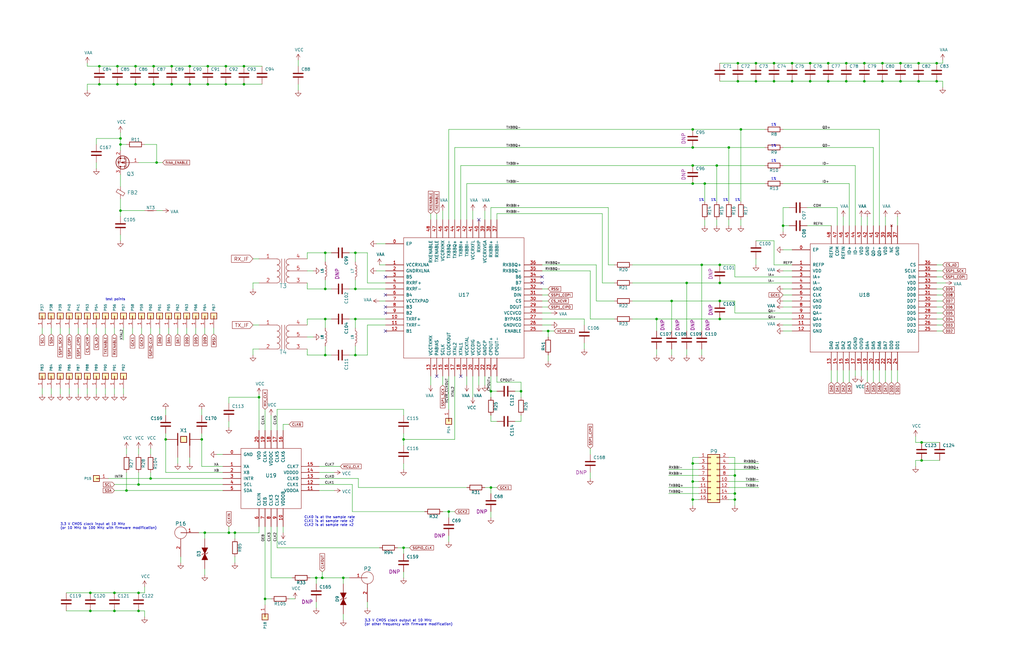
<source format=kicad_sch>
(kicad_sch (version 20211123) (generator eeschema)
  (paper "User" 431.8 279.4)
  (title_block (title "HackRF One") (date "2021-09-28") (rev "r8") (company "Copyright 2012-2020 Great Scott Gadgets") (comment 1 "Michael Ossmann") (comment 2 "Licensed under the CERN-OHL-P v2"))
  (junction (at 102.87 27.94))
  (junction (at 334.01 34.29))
  (junction (at 48.26 257.81))
  (junction (at 231.14 139.7))
  (junction (at 99.06 224.79))
  (junction (at 292.1 62.23))
  (junction (at 86.36 224.79))
  (junction (at 292.1 195.58))
  (junction (at 38.1 257.81))
  (junction (at 219.71 165.1))
  (junction (at 50.8 60.96))
  (junction (at 388.62 194.31))
  (junction (at 311.15 34.29))
  (junction (at 58.42 257.81))
  (junction (at 170.18 185.42))
  (junction (at 144.78 243.84))
  (junction (at 137.16 121.92))
  (junction (at 49.53 27.94))
  (junction (at 53.34 207.01))
  (junction (at 303.53 127))
  (junction (at 302.26 69.85))
  (junction (at 135.89 243.84))
  (junction (at 334.01 26.67))
  (junction (at 38.1 250.19))
  (junction (at 137.16 106.68))
  (junction (at 372.11 34.29))
  (junction (at 207.01 165.1))
  (junction (at 311.15 26.67))
  (junction (at 207.01 205.74))
  (junction (at 349.25 26.67))
  (junction (at 50.8 88.9))
  (junction (at 309.88 208.28))
  (junction (at 58.42 250.19))
  (junction (at 283.21 127))
  (junction (at 379.73 34.29))
  (junction (at 356.87 34.29))
  (junction (at 372.11 26.67))
  (junction (at 72.39 35.56))
  (junction (at 364.49 26.67))
  (junction (at 292.1 77.47))
  (junction (at 341.63 34.29))
  (junction (at 64.77 27.94))
  (junction (at 72.39 27.94))
  (junction (at 292.1 203.2))
  (junction (at 292.1 54.61))
  (junction (at 276.86 134.62))
  (junction (at 58.42 204.47))
  (junction (at 295.91 111.76))
  (junction (at 387.35 34.29))
  (junction (at 303.53 119.38))
  (junction (at 297.18 77.47))
  (junction (at 292.1 210.82))
  (junction (at 80.01 35.56))
  (junction (at 49.53 35.56))
  (junction (at 379.73 26.67))
  (junction (at 95.25 27.94))
  (junction (at 170.18 231.14))
  (junction (at 87.63 27.94))
  (junction (at 312.42 54.61))
  (junction (at 95.25 35.56))
  (junction (at 149.86 121.92))
  (junction (at 66.04 68.58))
  (junction (at 326.39 34.29))
  (junction (at 149.86 149.86))
  (junction (at 137.16 134.62))
  (junction (at 326.39 26.67))
  (junction (at 69.85 185.42))
  (junction (at 303.53 111.76))
  (junction (at 349.25 34.29))
  (junction (at 149.86 106.68))
  (junction (at 111.76 252.73))
  (junction (at 85.09 185.42))
  (junction (at 318.77 34.29))
  (junction (at 309.88 210.82))
  (junction (at 289.56 119.38))
  (junction (at 64.77 35.56))
  (junction (at 102.87 35.56))
  (junction (at 133.35 243.84))
  (junction (at 341.63 26.67))
  (junction (at 50.8 58.42))
  (junction (at 330.2 95.25))
  (junction (at 387.35 26.67))
  (junction (at 137.16 149.86))
  (junction (at 364.49 34.29))
  (junction (at 394.97 26.67))
  (junction (at 80.01 27.94))
  (junction (at 307.34 62.23))
  (junction (at 48.26 250.19))
  (junction (at 292.1 69.85))
  (junction (at 57.15 35.56))
  (junction (at 87.63 35.56))
  (junction (at 41.91 27.94))
  (junction (at 309.88 200.66))
  (junction (at 356.87 26.67))
  (junction (at 388.62 186.69))
  (junction (at 41.91 35.56))
  (junction (at 63.5 201.93))
  (junction (at 318.77 26.67))
  (junction (at 109.22 167.64))
  (junction (at 96.52 224.79))
  (junction (at 57.15 27.94))
  (junction (at 189.23 215.9))
  (junction (at 303.53 134.62))
  (junction (at 394.97 34.29))
  (junction (at 149.86 134.62))
  (no_connect (at 162.56 129.54))
  (no_connect (at 162.56 124.46))
  (no_connect (at 162.56 116.84))
  (no_connect (at 228.6 119.38))
  (no_connect (at 194.31 158.75))
  (no_connect (at 228.6 116.84))
  (no_connect (at 201.93 92.71))
  (no_connect (at 162.56 132.08))
  (no_connect (at 162.56 139.7))
  (no_connect (at 184.15 158.75))
  (wire (pts (xy 49.53 27.94) (xy 57.15 27.94)))
  (wire (pts (xy 119.38 181.61) (xy 119.38 179.07)))
  (wire (pts (xy 349.25 26.67) (xy 356.87 26.67)))
  (wire (pts (xy 326.39 101.6) (xy 318.77 101.6)))
  (wire (pts (xy 76.2 234.95) (xy 76.2 237.49)))
  (wire (pts (xy 318.77 26.67) (xy 326.39 26.67)))
  (wire (pts (xy 292.1 210.82) (xy 292.1 213.36)))
  (wire (pts (xy 129.54 121.92) (xy 137.16 121.92)))
  (wire (pts (xy 58.42 257.81) (xy 60.96 257.81)))
  (wire (pts (xy 209.55 165.1) (xy 207.01 165.1)))
  (wire (pts (xy 292.1 195.58) (xy 292.1 203.2)))
  (wire (pts (xy 69.85 182.88) (xy 69.85 185.42)))
  (wire (pts (xy 144.78 243.84) (xy 147.32 243.84)))
  (wire (pts (xy 191.77 158.75) (xy 191.77 185.42)))
  (wire (pts (xy 40.64 58.42) (xy 50.8 58.42)))
  (wire (pts (xy 207.01 165.1) (xy 207.01 167.64)))
  (wire (pts (xy 109.22 109.22) (xy 106.68 109.22)))
  (wire (pts (xy 114.3 175.26) (xy 114.3 181.61)))
  (wire (pts (xy 219.71 161.29) (xy 219.71 165.1)))
  (wire (pts (xy 74.93 195.58) (xy 74.93 193.04)))
  (wire (pts (xy 209.55 161.29) (xy 209.55 158.75)))
  (wire (pts (xy 207.01 87.63) (xy 256.54 87.63)))
  (wire (pts (xy 318.77 34.29) (xy 326.39 34.29)))
  (wire (pts (xy 199.39 88.9) (xy 199.39 92.71)))
  (wire (pts (xy 137.16 110.49) (xy 137.16 106.68)))
  (wire (pts (xy 248.92 114.3) (xy 248.92 134.62)))
  (wire (pts (xy 50.8 58.42) (xy 50.8 60.96)))
  (wire (pts (xy 254 90.17) (xy 254 119.38)))
  (wire (pts (xy 87.63 35.56) (xy 95.25 35.56)))
  (wire (pts (xy 207.01 205.74) (xy 207.01 208.28)))
  (wire (pts (xy 21.59 163.83) (xy 21.59 166.37)))
  (wire (pts (xy 36.83 163.83) (xy 36.83 166.37)))
  (wire (pts (xy 125.73 25.4) (xy 125.73 27.94)))
  (wire (pts (xy 360.68 95.25) (xy 360.68 69.85)))
  (wire (pts (xy 50.8 60.96) (xy 50.8 63.5)))
  (wire (pts (xy 57.15 27.94) (xy 64.77 27.94)))
  (wire (pts (xy 330.2 105.41) (xy 334.01 105.41)))
  (wire (pts (xy 309.88 132.08) (xy 334.01 132.08)))
  (wire (pts (xy 181.61 90.17) (xy 181.61 92.71)))
  (wire (pts (xy 189.23 215.9) (xy 189.23 218.44)))
  (wire (pts (xy 363.22 91.44) (xy 363.22 95.25)))
  (wire (pts (xy 95.25 27.94) (xy 102.87 27.94)))
  (wire (pts (xy 25.4 138.43) (xy 25.4 140.97)))
  (wire (pts (xy 129.54 147.32) (xy 129.54 149.86)))
  (wire (pts (xy 312.42 92.71) (xy 312.42 95.25)))
  (wire (pts (xy 194.31 92.71) (xy 194.31 69.85)))
  (wire (pts (xy 85.09 182.88) (xy 85.09 185.42)))
  (wire (pts (xy 365.76 156.21) (xy 365.76 161.29)))
  (wire (pts (xy 326.39 111.76) (xy 326.39 101.6)))
  (wire (pts (xy 365.76 91.44) (xy 365.76 95.25)))
  (wire (pts (xy 373.38 156.21) (xy 373.38 161.29)))
  (wire (pts (xy 330.2 127) (xy 334.01 127)))
  (wire (pts (xy 83.82 224.79) (xy 86.36 224.79)))
  (wire (pts (xy 170.18 241.3) (xy 170.18 243.84)))
  (wire (pts (xy 111.76 222.25) (xy 111.76 252.73)))
  (wire (pts (xy 386.08 186.69) (xy 388.62 186.69)))
  (wire (pts (xy 209.55 90.17) (xy 254 90.17)))
  (wire (pts (xy 147.32 106.68) (xy 149.86 106.68)))
  (wire (pts (xy 59.69 138.43) (xy 59.69 140.97)))
  (wire (pts (xy 320.04 205.74) (xy 307.34 205.74)))
  (wire (pts (xy 276.86 147.32) (xy 276.86 149.86)))
  (wire (pts (xy 49.53 35.56) (xy 57.15 35.56)))
  (wire (pts (xy 360.68 69.85) (xy 330.2 69.85)))
  (wire (pts (xy 353.06 161.29) (xy 353.06 156.21)))
  (wire (pts (xy 158.75 102.87) (xy 162.56 102.87)))
  (wire (pts (xy 137.16 134.62) (xy 139.7 134.62)))
  (wire (pts (xy 53.34 199.39) (xy 53.34 207.01)))
  (wire (pts (xy 248.92 201.93) (xy 248.92 199.39)))
  (wire (pts (xy 66.04 68.58) (xy 68.58 68.58)))
  (wire (pts (xy 148.59 204.47) (xy 148.59 215.9)))
  (wire (pts (xy 57.15 35.56) (xy 64.77 35.56)))
  (wire (pts (xy 297.18 77.47) (xy 297.18 85.09)))
  (wire (pts (xy 295.91 147.32) (xy 295.91 149.86)))
  (wire (pts (xy 147.32 149.86) (xy 149.86 149.86)))
  (wire (pts (xy 40.64 138.43) (xy 40.64 140.97)))
  (wire (pts (xy 170.18 198.12) (xy 170.18 195.58)))
  (wire (pts (xy 372.11 34.29) (xy 379.73 34.29)))
  (wire (pts (xy 85.09 172.72) (xy 85.09 175.26)))
  (wire (pts (xy 196.85 92.71) (xy 196.85 77.47)))
  (wire (pts (xy 388.62 194.31) (xy 396.24 194.31)))
  (wire (pts (xy 330.2 139.7) (xy 334.01 139.7)))
  (wire (pts (xy 246.38 147.32) (xy 246.38 144.78)))
  (wire (pts (xy 96.52 180.34) (xy 96.52 177.8)))
  (wire (pts (xy 283.21 127) (xy 303.53 127)))
  (wire (pts (xy 228.6 111.76) (xy 251.46 111.76)))
  (wire (pts (xy 309.88 210.82) (xy 309.88 213.36)))
  (wire (pts (xy 50.8 83.82) (xy 50.8 88.9)))
  (wire (pts (xy 199.39 158.75) (xy 199.39 167.64)))
  (wire (pts (xy 394.97 132.08) (xy 397.51 132.08)))
  (wire (pts (xy 281.94 200.66) (xy 294.64 200.66)))
  (wire (pts (xy 292.1 203.2) (xy 292.1 210.82)))
  (wire (pts (xy 330.2 95.25) (xy 330.2 97.79)))
  (wire (pts (xy 114.3 222.25) (xy 114.3 243.84)))
  (wire (pts (xy 219.71 165.1) (xy 219.71 167.64)))
  (wire (pts (xy 312.42 54.61) (xy 322.58 54.61)))
  (wire (pts (xy 149.86 149.86) (xy 154.94 149.86)))
  (wire (pts (xy 109.22 166.37) (xy 109.22 167.64)))
  (wire (pts (xy 99.06 224.79) (xy 109.22 224.79)))
  (wire (pts (xy 149.86 118.11) (xy 149.86 121.92)))
  (wire (pts (xy 307.34 200.66) (xy 309.88 200.66)))
  (wire (pts (xy 48.26 140.97) (xy 48.26 138.43)))
  (wire (pts (xy 364.49 26.67) (xy 372.11 26.67)))
  (wire (pts (xy 266.7 119.38) (xy 289.56 119.38)))
  (wire (pts (xy 69.85 175.26) (xy 69.85 172.72)))
  (wire (pts (xy 60.96 250.19) (xy 60.96 247.65)))
  (wire (pts (xy 111.76 172.72) (xy 111.76 181.61)))
  (wire (pts (xy 111.76 252.73) (xy 111.76 255.27)))
  (wire (pts (xy 148.59 215.9) (xy 179.07 215.9)))
  (wire (pts (xy 297.18 95.25) (xy 297.18 92.71)))
  (wire (pts (xy 135.89 241.3) (xy 135.89 243.84)))
  (wire (pts (xy 38.1 250.19) (xy 48.26 250.19)))
  (wire (pts (xy 133.35 254) (xy 133.35 256.54)))
  (wire (pts (xy 137.16 134.62) (xy 137.16 138.43)))
  (wire (pts (xy 60.96 88.9) (xy 50.8 88.9)))
  (wire (pts (xy 129.54 149.86) (xy 137.16 149.86)))
  (wire (pts (xy 17.78 138.43) (xy 17.78 140.97)))
  (wire (pts (xy 334.01 111.76) (xy 326.39 111.76)))
  (wire (pts (xy 330.2 129.54) (xy 334.01 129.54)))
  (wire (pts (xy 129.54 106.68) (xy 137.16 106.68)))
  (wire (pts (xy 355.6 156.21) (xy 355.6 161.29)))
  (wire (pts (xy 191.77 185.42) (xy 170.18 185.42)))
  (wire (pts (xy 231.14 139.7) (xy 233.68 139.7)))
  (wire (pts (xy 36.83 27.94) (xy 36.83 26.67)))
  (wire (pts (xy 140.97 207.01) (xy 134.62 207.01)))
  (wire (pts (xy 302.26 69.85) (xy 302.26 85.09)))
  (wire (pts (xy 307.34 62.23) (xy 322.58 62.23)))
  (wire (pts (xy 307.34 208.28) (xy 309.88 208.28)))
  (wire (pts (xy 303.53 34.29) (xy 311.15 34.29)))
  (wire (pts (xy 307.34 92.71) (xy 307.34 95.25)))
  (wire (pts (xy 41.91 35.56) (xy 49.53 35.56)))
  (wire (pts (xy 55.88 138.43) (xy 55.88 140.97)))
  (wire (pts (xy 397.51 26.67) (xy 397.51 25.4)))
  (wire (pts (xy 137.16 121.92) (xy 139.7 121.92)))
  (wire (pts (xy 397.51 34.29) (xy 397.51 36.83)))
  (wire (pts (xy 228.6 134.62) (xy 246.38 134.62)))
  (wire (pts (xy 207.01 205.74) (xy 209.55 205.74)))
  (wire (pts (xy 340.36 95.25) (xy 350.52 95.25)))
  (wire (pts (xy 358.14 77.47) (xy 330.2 77.47)))
  (wire (pts (xy 133.35 243.84) (xy 135.89 243.84)))
  (wire (pts (xy 302.26 92.71) (xy 302.26 95.25)))
  (wire (pts (xy 114.3 252.73) (xy 111.76 252.73)))
  (wire (pts (xy 116.84 231.14) (xy 116.84 222.25)))
  (wire (pts (xy 40.64 163.83) (xy 40.64 166.37)))
  (wire (pts (xy 379.73 34.29) (xy 387.35 34.29)))
  (wire (pts (xy 106.68 147.32) (xy 106.68 149.86)))
  (wire (pts (xy 64.77 27.94) (xy 72.39 27.94)))
  (wire (pts (xy 303.53 26.67) (xy 311.15 26.67)))
  (wire (pts (xy 292.1 54.61) (xy 312.42 54.61)))
  (wire (pts (xy 114.3 243.84) (xy 123.19 243.84)))
  (wire (pts (xy 248.92 134.62) (xy 259.08 134.62)))
  (wire (pts (xy 363.22 158.75) (xy 363.22 156.21)))
  (wire (pts (xy 184.15 92.71) (xy 184.15 90.17)))
  (wire (pts (xy 231.14 152.4) (xy 231.14 149.86)))
  (wire (pts (xy 129.54 119.38) (xy 129.54 121.92)))
  (wire (pts (xy 134.62 204.47) (xy 148.59 204.47)))
  (wire (pts (xy 133.35 243.84) (xy 133.35 246.38)))
  (wire (pts (xy 85.09 185.42) (xy 85.09 196.85)))
  (wire (pts (xy 303.53 134.62) (xy 334.01 134.62)))
  (wire (pts (xy 307.34 193.04) (xy 309.88 193.04)))
  (wire (pts (xy 160.02 127) (xy 162.56 127)))
  (wire (pts (xy 149.86 146.05) (xy 149.86 149.86)))
  (wire (pts (xy 356.87 34.29) (xy 364.49 34.29)))
  (wire (pts (xy 149.86 138.43) (xy 149.86 134.62)))
  (wire (pts (xy 186.69 158.75) (xy 186.69 162.56)))
  (wire (pts (xy 167.64 231.14) (xy 170.18 231.14)))
  (wire (pts (xy 33.02 138.43) (xy 33.02 140.97)))
  (wire (pts (xy 297.18 77.47) (xy 322.58 77.47)))
  (wire (pts (xy 370.84 156.21) (xy 370.84 161.29)))
  (wire (pts (xy 378.46 156.21) (xy 378.46 161.29)))
  (wire (pts (xy 86.36 224.79) (xy 96.52 224.79)))
  (wire (pts (xy 294.64 203.2) (xy 292.1 203.2)))
  (wire (pts (xy 137.16 118.11) (xy 137.16 121.92)))
  (wire (pts (xy 78.74 138.43) (xy 78.74 140.97)))
  (wire (pts (xy 295.91 111.76) (xy 303.53 111.76)))
  (wire (pts (xy 63.5 199.39) (xy 63.5 201.93)))
  (wire (pts (xy 186.69 88.9) (xy 186.69 92.71)))
  (wire (pts (xy 330.2 124.46) (xy 334.01 124.46)))
  (wire (pts (xy 294.64 195.58) (xy 292.1 195.58)))
  (wire (pts (xy 289.56 119.38) (xy 289.56 139.7)))
  (wire (pts (xy 372.11 26.67) (xy 379.73 26.67)))
  (wire (pts (xy 80.01 193.04) (xy 80.01 195.58)))
  (wire (pts (xy 50.8 101.6) (xy 50.8 99.06)))
  (wire (pts (xy 106.68 137.16) (xy 109.22 137.16)))
  (wire (pts (xy 137.16 149.86) (xy 139.7 149.86)))
  (wire (pts (xy 85.09 196.85) (xy 93.98 196.85)))
  (wire (pts (xy 86.36 242.57) (xy 86.36 240.03)))
  (wire (pts (xy 154.94 106.68) (xy 154.94 119.38)))
  (wire (pts (xy 204.47 88.9) (xy 204.47 92.71)))
  (wire (pts (xy 281.94 208.28) (xy 294.64 208.28)))
  (wire (pts (xy 232.41 132.08) (xy 228.6 132.08)))
  (wire (pts (xy 40.64 60.96) (xy 40.64 58.42)))
  (wire (pts (xy 349.25 34.29) (xy 356.87 34.29)))
  (wire (pts (xy 109.22 167.64) (xy 109.22 181.61)))
  (wire (pts (xy 292.1 193.04) (xy 292.1 195.58)))
  (wire (pts (xy 251.46 127) (xy 259.08 127)))
  (wire (pts (xy 74.93 138.43) (xy 74.93 140.97)))
  (wire (pts (xy 309.88 193.04) (xy 309.88 200.66)))
  (wire (pts (xy 36.83 138.43) (xy 36.83 140.97)))
  (wire (pts (xy 48.26 163.83) (xy 48.26 166.37)))
  (wire (pts (xy 170.18 182.88) (xy 170.18 185.42)))
  (wire (pts (xy 64.77 35.56) (xy 72.39 35.56)))
  (wire (pts (xy 330.2 121.92) (xy 334.01 121.92)))
  (wire (pts (xy 302.26 69.85) (xy 322.58 69.85)))
  (wire (pts (xy 388.62 186.69) (xy 396.24 186.69)))
  (wire (pts (xy 368.3 62.23) (xy 368.3 95.25)))
  (wire (pts (xy 99.06 234.95) (xy 99.06 237.49)))
  (wire (pts (xy 228.6 139.7) (xy 231.14 139.7)))
  (wire (pts (xy 147.32 134.62) (xy 149.86 134.62)))
  (wire (pts (xy 21.59 138.43) (xy 21.59 140.97)))
  (wire (pts (xy 386.08 194.31) (xy 388.62 194.31)))
  (wire (pts (xy 368.3 156.21) (xy 368.3 161.29)))
  (wire (pts (xy 266.7 134.62) (xy 276.86 134.62)))
  (wire (pts (xy 248.92 191.77) (xy 248.92 189.23)))
  (wire (pts (xy 309.88 127) (xy 309.88 132.08)))
  (wire (pts (xy 116.84 231.14) (xy 160.02 231.14)))
  (wire (pts (xy 379.73 26.67) (xy 387.35 26.67)))
  (wire (pts (xy 27.94 257.81) (xy 38.1 257.81)))
  (wire (pts (xy 36.83 27.94) (xy 41.91 27.94)))
  (wire (pts (xy 154.94 119.38) (xy 162.56 119.38)))
  (wire (pts (xy 91.44 191.77) (xy 93.98 191.77)))
  (wire (pts (xy 292.1 69.85) (xy 302.26 69.85)))
  (wire (pts (xy 307.34 62.23) (xy 307.34 85.09)))
  (wire (pts (xy 228.6 121.92) (xy 231.14 121.92)))
  (wire (pts (xy 86.36 227.33) (xy 86.36 224.79)))
  (wire (pts (xy 147.32 121.92) (xy 149.86 121.92)))
  (wire (pts (xy 350.52 156.21) (xy 350.52 161.29)))
  (wire (pts (xy 326.39 34.29) (xy 334.01 34.29)))
  (wire (pts (xy 364.49 34.29) (xy 372.11 34.29)))
  (wire (pts (xy 394.97 111.76) (xy 397.51 111.76)))
  (wire (pts (xy 219.71 177.8) (xy 219.71 175.26)))
  (wire (pts (xy 309.88 200.66) (xy 309.88 208.28)))
  (wire (pts (xy 207.01 177.8) (xy 209.55 177.8)))
  (wire (pts (xy 129.54 134.62) (xy 137.16 134.62)))
  (wire (pts (xy 96.52 224.79) (xy 99.06 224.79)))
  (wire (pts (xy 303.53 111.76) (xy 309.88 111.76)))
  (wire (pts (xy 154.94 254) (xy 154.94 256.54)))
  (wire (pts (xy 186.69 215.9) (xy 189.23 215.9)))
  (wire (pts (xy 330.2 87.63) (xy 330.2 95.25)))
  (wire (pts (xy 209.55 90.17) (xy 209.55 92.71)))
  (wire (pts (xy 266.7 127) (xy 283.21 127)))
  (wire (pts (xy 144.78 261.62) (xy 144.78 259.08)))
  (wire (pts (xy 87.63 27.94) (xy 95.25 27.94)))
  (wire (pts (xy 375.92 156.21) (xy 375.92 161.29)))
  (wire (pts (xy 170.18 175.26) (xy 170.18 172.72)))
  (wire (pts (xy 27.94 250.19) (xy 38.1 250.19)))
  (wire (pts (xy 207.01 158.75) (xy 207.01 165.1)))
  (wire (pts (xy 25.4 163.83) (xy 25.4 166.37)))
  (wire (pts (xy 50.8 60.96) (xy 53.34 60.96)))
  (wire (pts (xy 140.97 199.39) (xy 134.62 199.39)))
  (wire (pts (xy 154.94 137.16) (xy 162.56 137.16)))
  (wire (pts (xy 119.38 224.79) (xy 119.38 222.25)))
  (wire (pts (xy 219.71 165.1) (xy 217.17 165.1)))
  (wire (pts (xy 204.47 158.75) (xy 204.47 162.56)))
  (wire (pts (xy 48.26 257.81) (xy 58.42 257.81)))
  (wire (pts (xy 207.01 218.44) (xy 207.01 215.9)))
  (wire (pts (xy 48.26 250.19) (xy 58.42 250.19)))
  (wire (pts (xy 309.88 208.28) (xy 309.88 210.82)))
  (wire (pts (xy 151.13 201.93) (xy 151.13 205.74)))
  (wire (pts (xy 50.8 73.66) (xy 50.8 78.74)))
  (wire (pts (xy 217.17 177.8) (xy 219.71 177.8)))
  (wire (pts (xy 58.42 250.19) (xy 60.96 250.19)))
  (wire (pts (xy 170.18 172.72) (xy 116.84 172.72)))
  (wire (pts (xy 204.47 205.74) (xy 207.01 205.74)))
  (wire (pts (xy 109.22 224.79) (xy 109.22 222.25)))
  (wire (pts (xy 387.35 34.29) (xy 394.97 34.29)))
  (wire (pts (xy 189.23 215.9) (xy 191.77 215.9)))
  (wire (pts (xy 373.38 91.44) (xy 373.38 95.25)))
  (wire (pts (xy 378.46 91.44) (xy 378.46 95.25)))
  (wire (pts (xy 386.08 196.85) (xy 386.08 194.31)))
  (wire (pts (xy 69.85 185.42) (xy 69.85 199.39)))
  (wire (pts (xy 228.6 127) (xy 231.14 127)))
  (wire (pts (xy 228.6 129.54) (xy 231.14 129.54)))
  (wire (pts (xy 318.77 111.76) (xy 318.77 109.22)))
  (wire (pts (xy 320.04 198.12) (xy 307.34 198.12)))
  (wire (pts (xy 207.01 87.63) (xy 207.01 92.71)))
  (wire (pts (xy 356.87 26.67) (xy 364.49 26.67)))
  (wire (pts (xy 283.21 147.32) (xy 283.21 149.86)))
  (wire (pts (xy 326.39 26.67) (xy 334.01 26.67)))
  (wire (pts (xy 266.7 111.76) (xy 295.91 111.76)))
  (wire (pts (xy 149.86 134.62) (xy 162.56 134.62)))
  (wire (pts (xy 170.18 231.14) (xy 172.72 231.14)))
  (wire (pts (xy 69.85 199.39) (xy 93.98 199.39)))
  (wire (pts (xy 129.54 137.16) (xy 129.54 134.62)))
  (wire (pts (xy 160.02 111.76) (xy 162.56 111.76)))
  (wire (pts (xy 219.71 161.29) (xy 209.55 161.29)))
  (wire (pts (xy 196.85 77.47) (xy 292.1 77.47)))
  (wire (pts (xy 330.2 137.16) (xy 334.01 137.16)))
  (wire (pts (xy 50.8 88.9) (xy 50.8 91.44)))
  (wire (pts (xy 309.88 116.84) (xy 334.01 116.84)))
  (wire (pts (xy 63.5 201.93) (xy 93.98 201.93)))
  (wire (pts (xy 36.83 35.56) (xy 36.83 38.1)))
  (wire (pts (xy 52.07 138.43) (xy 52.07 143.51)))
  (wire (pts (xy 334.01 34.29) (xy 341.63 34.29)))
  (wire (pts (xy 149.86 121.92) (xy 162.56 121.92)))
  (wire (pts (xy 189.23 54.61) (xy 189.23 92.71)))
  (wire (pts (xy 303.53 127) (xy 309.88 127)))
  (wire (pts (xy 86.36 140.97) (xy 86.36 138.43)))
  (wire (pts (xy 48.26 204.47) (xy 58.42 204.47)))
  (wire (pts (xy 125.73 35.56) (xy 125.73 38.1)))
  (wire (pts (xy 170.18 185.42) (xy 170.18 187.96)))
  (wire (pts (xy 132.08 114.3) (xy 129.54 114.3)))
  (wire (pts (xy 109.22 147.32) (xy 106.68 147.32)))
  (wire (pts (xy 251.46 111.76) (xy 251.46 127)))
  (wire (pts (xy 135.89 243.84) (xy 144.78 243.84)))
  (wire (pts (xy 394.97 129.54) (xy 397.51 129.54)))
  (wire (pts (xy 29.21 138.43) (xy 29.21 140.97)))
  (wire (pts (xy 394.97 34.29) (xy 397.51 34.29)))
  (wire (pts (xy 232.41 137.16) (xy 228.6 137.16)))
  (wire (pts (xy 96.52 170.18) (xy 96.52 167.64)))
  (wire (pts (xy 355.6 91.44) (xy 355.6 95.25)))
  (wire (pts (xy 134.62 201.93) (xy 151.13 201.93)))
  (wire (pts (xy 154.94 149.86) (xy 154.94 137.16)))
  (wire (pts (xy 66.04 60.96) (xy 66.04 68.58)))
  (wire (pts (xy 289.56 147.32) (xy 289.56 149.86)))
  (wire (pts (xy 38.1 257.81) (xy 48.26 257.81)))
  (wire (pts (xy 309.88 111.76) (xy 309.88 116.84)))
  (wire (pts (xy 130.81 243.84) (xy 133.35 243.84)))
  (wire (pts (xy 394.97 114.3) (xy 397.51 114.3)))
  (wire (pts (xy 95.25 35.56) (xy 102.87 35.56)))
  (wire (pts (xy 341.63 34.29) (xy 349.25 34.29)))
  (wire (pts (xy 96.52 167.64) (xy 109.22 167.64)))
  (wire (pts (xy 294.64 193.04) (xy 292.1 193.04)))
  (wire (pts (xy 289.56 119.38) (xy 303.53 119.38)))
  (wire (pts (xy 311.15 26.67) (xy 318.77 26.67)))
  (wire (pts (xy 45.72 201.93) (xy 63.5 201.93)))
  (wire (pts (xy 295.91 139.7) (xy 295.91 111.76)))
  (wire (pts (xy 82.55 140.97) (xy 82.55 138.43)))
  (wire (pts (xy 137.16 106.68) (xy 139.7 106.68)))
  (wire (pts (xy 189.23 172.72) (xy 189.23 158.75)))
  (wire (pts (xy 360.68 158.75) (xy 360.68 156.21)))
  (wire (pts (xy 72.39 35.56) (xy 80.01 35.56)))
  (wire (pts (xy 276.86 134.62) (xy 276.86 139.7)))
  (wire (pts (xy 256.54 111.76) (xy 259.08 111.76)))
  (wire (pts (xy 71.12 140.97) (xy 71.12 138.43)))
  (wire (pts (xy 41.91 27.94) (xy 49.53 27.94)))
  (wire (pts (xy 394.97 127) (xy 397.51 127)))
  (wire (pts (xy 102.87 27.94) (xy 110.49 27.94)))
  (wire (pts (xy 294.64 210.82) (xy 292.1 210.82)))
  (wire (pts (xy 36.83 35.56) (xy 41.91 35.56)))
  (wire (pts (xy 33.02 163.83) (xy 33.02 166.37)))
  (wire (pts (xy 353.06 87.63) (xy 340.36 87.63)))
  (wire (pts (xy 80.01 27.94) (xy 87.63 27.94)))
  (wire (pts (xy 281.94 205.74) (xy 294.64 205.74)))
  (wire (pts (xy 119.38 179.07) (xy 121.92 179.07)))
  (wire (pts (xy 191.77 92.71) (xy 191.77 62.23)))
  (wire (pts (xy 60.96 60.96) (xy 66.04 60.96)))
  (wire (pts (xy 394.97 137.16) (xy 397.51 137.16)))
  (wire (pts (xy 394.97 116.84) (xy 397.51 116.84)))
  (wire (pts (xy 368.3 62.23) (xy 330.2 62.23)))
  (wire (pts (xy 256.54 87.63) (xy 256.54 111.76)))
  (wire (pts (xy 394.97 26.67) (xy 397.51 26.67)))
  (wire (pts (xy 394.97 139.7) (xy 397.51 139.7)))
  (wire (pts (xy 398.78 119.38) (xy 394.97 119.38)))
  (wire (pts (xy 58.42 204.47) (xy 93.98 204.47)))
  (wire (pts (xy 106.68 121.92) (xy 106.68 119.38)))
  (wire (pts (xy 276.86 134.62) (xy 303.53 134.62)))
  (wire (pts (xy 53.34 207.01) (xy 93.98 207.01)))
  (wire (pts (xy 63.5 189.23) (xy 63.5 191.77)))
  (wire (pts (xy 67.31 138.43) (xy 67.31 140.97)))
  (wire (pts (xy 44.45 138.43) (xy 44.45 140.97)))
  (wire (pts (xy 60.96 257.81) (xy 60.96 260.35)))
  (wire (pts (xy 72.39 27.94) (xy 80.01 27.94)))
  (wire (pts (xy 58.42 189.23) (xy 58.42 191.77)))
  (wire (pts (xy 201.93 158.75) (xy 201.93 162.56)))
  (wire (pts (xy 189.23 226.06) (xy 189.23 228.6)))
  (wire (pts (xy 29.21 163.83) (xy 29.21 166.37)))
  (wire (pts (xy 129.54 106.68) (xy 129.54 109.22)))
  (wire (pts (xy 386.08 184.15) (xy 386.08 186.69)))
  (wire (pts (xy 283.21 139.7) (xy 283.21 127)))
  (wire (pts (xy 58.42 68.58) (xy 66.04 68.58)))
  (wire (pts (xy 320.04 195.58) (xy 307.34 195.58)))
  (wire (pts (xy 106.68 119.38) (xy 109.22 119.38)))
  (wire (pts (xy 334.01 26.67) (xy 341.63 26.67)))
  (wire (pts (xy 231.14 142.24) (xy 231.14 139.7)))
  (wire (pts (xy 144.78 246.38) (xy 144.78 243.84)))
  (wire (pts (xy 189.23 54.61) (xy 292.1 54.61)))
  (wire (pts (xy 149.86 106.68) (xy 149.86 110.49)))
  (wire (pts (xy 96.52 224.79) (xy 96.52 222.25)))
  (wire (pts (xy 353.06 95.25) (xy 353.06 87.63)))
  (wire (pts (xy 149.86 106.68) (xy 154.94 106.68)))
  (wire (pts (xy 394.97 124.46) (xy 397.51 124.46)))
  (wire (pts (xy 370.84 95.25) (xy 370.84 54.61)))
  (wire (pts (xy 312.42 54.61) (xy 312.42 85.09)))
  (wire (pts (xy 181.61 162.56) (xy 181.61 158.75)))
  (wire (pts (xy 358.14 161.29) (xy 358.14 156.21)))
  (wire (pts (xy 170.18 231.14) (xy 170.18 233.68)))
  (wire (pts (xy 99.06 224.79) (xy 99.06 227.33)))
  (wire (pts (xy 58.42 199.39) (xy 58.42 204.47)))
  (wire (pts (xy 292.1 77.47) (xy 297.18 77.47)))
  (wire (pts (xy 311.15 34.29) (xy 318.77 34.29)))
  (wire (pts (xy 44.45 163.83) (xy 44.45 166.37)))
  (wire (pts (xy 151.13 205.74) (xy 196.85 205.74)))
  (wire (pts (xy 358.14 77.47) (xy 358.14 95.25)))
  (wire (pts (xy 370.84 54.61) (xy 330.2 54.61)))
  (wire (pts (xy 63.5 140.97) (xy 63.5 138.43)))
  (wire (pts (xy 116.84 172.72) (xy 116.84 181.61)))
  (wire (pts (xy 332.74 95.25) (xy 330.2 95.25)))
  (wire (pts (xy 158.75 114.3) (xy 162.56 114.3)))
  (wire (pts (xy 292.1 62.23) (xy 307.34 62.23)))
  (wire (pts (xy 90.17 138.43) (xy 90.17 140.97)))
  (wire (pts (xy 66.04 88.9) (xy 68.58 88.9)))
  (wire (pts (xy 332.74 87.63) (xy 330.2 87.63)))
  (wire (pts (xy 121.92 252.73) (xy 124.46 252.73)))
  (wire (pts (xy 394.97 134.62) (xy 397.51 134.62)))
  (wire (pts (xy 40.64 71.12) (xy 40.64 68.58)))
  (wire (pts (xy 320.04 203.2) (xy 307.34 203.2)))
  (wire (pts (xy 132.08 142.24) (xy 129.54 142.24)))
  (wire (pts (xy 137.16 146.05) (xy 137.16 149.86)))
  (wire (pts (xy 303.53 119.38) (xy 334.01 119.38)))
  (wire (pts (xy 102.87 35.56) (xy 110.49 35.56)))
  (wire (pts (xy 307.34 210.82) (xy 309.88 210.82)))
  (wire (pts (xy 191.77 62.23) (xy 292.1 62.23)))
  (wire (pts (xy 394.97 121.92) (xy 397.51 121.92)))
  (wire (pts (xy 48.26 207.01) (xy 53.34 207.01)))
  (wire (pts (xy 196.85 158.75) (xy 196.85 162.56)))
  (wire (pts (xy 246.38 134.62) (xy 246.38 137.16)))
  (wire (pts (xy 50.8 55.88) (xy 50.8 58.42)))
  (wire (pts (xy 281.94 198.12) (xy 294.64 198.12)))
  (wire (pts (xy 207.01 175.26) (xy 207.01 177.8)))
  (wire (pts (xy 228.6 114.3) (xy 248.92 114.3)))
  (wire (pts (xy 53.34 189.23) (xy 53.34 191.77)))
  (wire (pts (xy 52.07 163.83) (xy 52.07 166.37)))
  (wire (pts (xy 228.6 124.46) (xy 231.14 124.46)))
  (wire (pts (xy 254 119.38) (xy 259.08 119.38)))
  (wire (pts (xy 387.35 26.67) (xy 394.97 26.67)))
  (wire (pts (xy 341.63 26.67) (xy 349.25 26.67)))
  (wire (pts (xy 194.31 69.85) (xy 292.1 69.85)))
  (wire (pts (xy 17.78 163.83) (xy 17.78 166.37)))
  (wire (pts (xy 143.51 196.85) (xy 134.62 196.85)))
  (wire (pts (xy 330.2 114.3) (xy 334.01 114.3)))
  (wire (pts (xy 80.01 35.56) (xy 87.63 35.56)))
  (text "3.3 V CMOS clock input at 10 MHz\n(or 10 MHz to 100 MHz with firmware modification)" (at 25.4 223.52 0) (effects (font (size 1.016 1.016)) (justify left bottom)))
  (text "1%" (at 299.72 85.09 0) (effects (font (size 1.016 1.016)) (justify left bottom)))
  (text "1%" (at 325.12 62.23 0) (effects (font (size 1.016 1.016)) (justify left bottom)))
  (text "3.3 V CMOS clock output at 10 MHz\n(or other frequency with firmware modification)" (at 153.67 264.16 0) (effects (font (size 1.016 1.016)) (justify left bottom)))
  (text "1%" (at 309.88 85.09 0) (effects (font (size 1.016 1.016)) (justify left bottom)))
  (text "1%" (at 304.8 85.09 0) (effects (font (size 1.016 1.016)) (justify left bottom)))
  (text "1%" (at 294.64 85.09 0) (effects (font (size 1.016 1.016)) (justify left bottom)))
  (text "test points" (at 44.45 127 0) (effects (font (size 1.016 1.016)) (justify left bottom)))
  (text "1%" (at 325.12 76.2 0) (effects (font (size 1.016 1.016)) (justify left bottom)))
  (text "CLK0 is at the sample rate\nCLK1 is at sample rate x2\nCLK2 is at sample rate x2" (at 128.27 222.25 0) (effects (font (size 1.016 1.016)) (justify left bottom)))
  (text "1%" (at 325.12 68.58 0) (effects (font (size 1.016 1.016)) (justify left bottom)))
  (text "1%" (at 325.12 53.34 0) (effects (font (size 1.016 1.016)) (justify left bottom)))
  (label "CLK3" (at 114.3 228.6 90) (effects (font (size 1.016 1.016))))
  (label "XCVR_CLKOUT" (at 189.23 170.18 90) (effects (font (size 1.016 1.016))))
  (label "TXBBQ+" (at 281.94 205.74 0) (effects (font (size 1.016 1.016))))
  (label "IA+" (at 323.85 116.84 0) (effects (font (size 1.016 1.016))))
  (label "XB" (at 90.17 199.39 0) (effects (font (size 1.016 1.016))))
  (label "CLK5" (at 116.84 175.26 270) (effects (font (size 1.016 1.016))))
  (label "RXBBI-" (at 281.94 198.12 0) (effects (font (size 1.016 1.016))))
  (label "XTAL2" (at 191.77 167.64 90) (effects (font (size 1.016 1.016))))
  (label "CLK0" (at 140.97 201.93 180) (effects (font (size 1.016 1.016))))
  (label "TXBBQ-" (at 281.94 208.28 0) (effects (font (size 1.016 1.016))))
  (label "INTR" (at 48.26 201.93 0) (effects (font (size 1.016 1.016))))
  (label "CLK1" (at 140.97 204.47 180) (effects (font (size 1.016 1.016))))
  (label "ID-" (at 346.71 69.85 0) (effects (font (size 1.016 1.016))))
  (label "CLK7" (at 140.97 196.85 180) (effects (font (size 1.016 1.016))))
  (label "RXBBI-" (at 213.36 90.17 0) (effects (font (size 1.016 1.016))))
  (label "ID+" (at 346.71 77.47 0) (effects (font (size 1.016 1.016))))
  (label "TXBBI+" (at 320.04 205.74 180) (effects (font (size 1.016 1.016))))
  (label "QD+" (at 346.71 54.61 0) (effects (font (size 1.016 1.016))))
  (label "XTAL2" (at 52.07 143.51 90) (effects (font (size 1.016 1.016))))
  (label "TXBBQ+" (at 213.36 62.23 0) (effects (font (size 1.016 1.016))))
  (label "TXBBQ-" (at 213.36 54.61 0) (effects (font (size 1.016 1.016))))
  (label "RXBBQ-" (at 320.04 195.58 180) (effects (font (size 1.016 1.016))))
  (label "IA-" (at 323.85 119.38 0) (effects (font (size 1.016 1.016))))
  (label "CLK4" (at 111.76 175.26 270) (effects (font (size 1.016 1.016))))
  (label "QA+" (at 323.85 134.62 0) (effects (font (size 1.016 1.016))))
  (label "RXBBI+" (at 213.36 87.63 0) (effects (font (size 1.016 1.016))))
  (label "TXBBI-" (at 320.04 203.2 180) (effects (font (size 1.016 1.016))))
  (label "OEB" (at 111.76 228.6 90) (effects (font (size 1.016 1.016))))
  (label "CPOUT-" (at 210.82 161.29 0) (effects (font (size 1.016 1.016))))
  (label "CLK2" (at 116.84 228.6 90) (effects (font (size 1.016 1.016))))
  (label "COM" (at 342.9 87.63 0) (effects (font (size 1.016 1.016))))
  (label "RXBBQ-" (at 229.87 114.3 0) (effects (font (size 1.016 1.016))))
  (label "TXBBI-" (at 213.36 77.47 0) (effects (font (size 1.016 1.016))))
  (label "QD-" (at 346.71 62.23 0) (effects (font (size 1.016 1.016))))
  (label "QA-" (at 323.85 132.08 0) (effects (font (size 1.016 1.016))))
  (label "RXBBQ+" (at 229.87 111.76 0) (effects (font (size 1.016 1.016))))
  (label "XA" (at 90.17 196.85 0) (effects (font (size 1.016 1.016))))
  (label "CPOUT+" (at 207.01 165.1 90) (effects (font (size 1.016 1.016))))
  (label "REFN" (at 342.9 95.25 0) (effects (font (size 1.016 1.016))))
  (label "TXBBI+" (at 213.36 69.85 0) (effects (font (size 1.016 1.016))))
  (label "RXBBI+" (at 281.94 200.66 0) (effects (font (size 1.016 1.016))))
  (label "RXBBQ+" (at 320.04 198.12 180) (effects (font (size 1.016 1.016))))
  (label "REFP" (at 330.2 111.76 0) (effects (font (size 1.016 1.016))))
  (global_label "DD5" (shape input) (at 82.55 140.97 270) (effects (font (size 1.016 1.016))) (property "Intersheet References" "${INTERSHEET_REFS}" (effects hide)))
  (global_label "GCK1" (shape input) (at 330.2 124.46 180) (effects (font (size 1.016 1.016))) (property "Intersheet References" "${INTERSHEET_REFS}" (effects hide)))
  (global_label "SSP1_CIPO" (shape input) (at 248.92 189.23 90) (effects (font (size 1.016 1.016))) (property "Intersheet References" "${INTERSHEET_REFS}" (effects hide)))
  (global_label "CLK6" (shape input) (at 121.92 179.07 0) (effects (font (size 1.016 1.016))) (property "Intersheet References" "${INTERSHEET_REFS}" (effects hide)))
  (global_label "RXENABLE" (shape input) (at 48.26 140.97 270) (effects (font (size 1.016 1.016))) (property "Intersheet References" "${INTERSHEET_REFS}" (effects hide)))
  (global_label "DD8" (shape input) (at 397.51 124.46 0) (effects (font (size 1.016 1.016))) (property "Intersheet References" "${INTERSHEET_REFS}" (effects hide)))
  (global_label "DD9" (shape input) (at 86.36 140.97 270) (effects (font (size 1.016 1.016))) (property "Intersheet References" "${INTERSHEET_REFS}" (effects hide)))
  (global_label "GCK2" (shape input) (at 59.69 140.97 270) (effects (font (size 1.016 1.016))) (property "Intersheet References" "${INTERSHEET_REFS}" (effects hide)))
  (global_label "DD5" (shape input) (at 397.51 132.08 0) (effects (font (size 1.016 1.016))) (property "Intersheet References" "${INTERSHEET_REFS}" (effects hide)))
  (global_label "SSP1_SCK" (shape input) (at 25.4 140.97 270) (effects (font (size 1.016 1.016))) (property "Intersheet References" "${INTERSHEET_REFS}" (effects hide)))
  (global_label "DA0" (shape input) (at 350.52 161.29 270) (effects (font (size 1.016 1.016))) (property "Intersheet References" "${INTERSHEET_REFS}" (effects hide)))
  (global_label "SCL" (shape input) (at 17.78 140.97 270) (effects (font (size 1.016 1.016))) (property "Intersheet References" "${INTERSHEET_REFS}" (effects hide)))
  (global_label "SCL" (shape input) (at 48.26 204.47 180) (effects (font (size 1.016 1.016))) (property "Intersheet References" "${INTERSHEET_REFS}" (effects hide)))
  (global_label "GCK1" (shape input) (at 55.88 140.97 270) (effects (font (size 1.016 1.016))) (property "Intersheet References" "${INTERSHEET_REFS}" (effects hide)))
  (global_label "SSP1_COPI" (shape input) (at 231.14 124.46 0) (effects (font (size 1.016 1.016))) (property "Intersheet References" "${INTERSHEET_REFS}" (effects hide)))
  (global_label "GCK1" (shape input) (at 209.55 205.74 0) (effects (font (size 1.016 1.016))) (property "Intersheet References" "${INTERSHEET_REFS}" (effects hide)))
  (global_label "DA4" (shape input) (at 71.12 140.97 270) (effects (font (size 1.016 1.016))) (property "Intersheet References" "${INTERSHEET_REFS}" (effects hide)))
  (global_label "XCVR_EN" (shape input) (at 233.68 139.7 0) (effects (font (size 1.016 1.016))) (property "Intersheet References" "${INTERSHEET_REFS}" (effects hide)))
  (global_label "DA7" (shape input) (at 373.38 161.29 270) (effects (font (size 1.016 1.016))) (property "Intersheet References" "${INTERSHEET_REFS}" (effects hide)))
  (global_label "RSSI" (shape input) (at 90.17 140.97 270) (effects (font (size 1.016 1.016))) (property "Intersheet References" "${INTERSHEET_REFS}" (effects hide)))
  (global_label "SSP1_CIPO" (shape input) (at 33.02 140.97 270) (effects (font (size 1.016 1.016))) (property "Intersheet References" "${INTERSHEET_REFS}" (effects hide)))
  (global_label "GCK2" (shape input) (at 191.77 215.9 0) (effects (font (size 1.016 1.016))) (property "Intersheet References" "${INTERSHEET_REFS}" (effects hide)))
  (global_label "CS_XCVR" (shape input) (at 231.14 127 0) (effects (font (size 1.016 1.016))) (property "Intersheet References" "${INTERSHEET_REFS}" (effects hide)))
  (global_label "DD2" (shape input) (at 397.51 139.7 0) (effects (font (size 1.016 1.016))) (property "Intersheet References" "${INTERSHEET_REFS}" (effects hide)))
  (global_label "SSP1_COPI" (shape input) (at 29.21 140.97 270) (effects (font (size 1.016 1.016))) (property "Intersheet References" "${INTERSHEET_REFS}" (effects hide)))
  (global_label "DA3" (shape input) (at 358.14 161.29 270) (effects (font (size 1.016 1.016))) (property "Intersheet References" "${INTERSHEET_REFS}" (effects hide)))
  (global_label "CLKIN" (shape input) (at 96.52 222.25 90) (effects (font (size 1.016 1.016))) (property "Intersheet References" "${INTERSHEET_REFS}" (effects hide)))
  (global_label "DA2" (shape input) (at 355.6 161.29 270) (effects (font (size 1.016 1.016))) (property "Intersheet References" "${INTERSHEET_REFS}" (effects hide)))
  (global_label "CS_XCVR" (shape input) (at 36.83 140.97 270) (effects (font (size 1.016 1.016))) (property "Intersheet References" "${INTERSHEET_REFS}" (effects hide)))
  (global_label "CS_AD" (shape input) (at 397.51 111.76 0) (effects (font (size 1.016 1.016))) (property "Intersheet References" "${INTERSHEET_REFS}" (effects hide)))
  (global_label "DD0" (shape input) (at 375.92 161.29 270) (effects (font (size 1.016 1.016))) (property "Intersheet References" "${INTERSHEET_REFS}" (effects hide)))
  (global_label "DD1" (shape input) (at 378.46 161.29 270) (effects (font (size 1.016 1.016))) (property "Intersheet References" "${INTERSHEET_REFS}" (effects hide)))
  (global_label "DD7" (shape input) (at 397.51 127 0) (effects (font (size 1.016 1.016))) (property "Intersheet References" "${INTERSHEET_REFS}" (effects hide)))
  (global_label "SDA" (shape input) (at 48.26 207.01 180) (effects (font (size 1.016 1.016))) (property "Intersheet References" "${INTERSHEET_REFS}" (effects hide)))
  (global_label "DD6" (shape input) (at 397.51 129.54 0) (effects (font (size 1.016 1.016))) (property "Intersheet References" "${INTERSHEET_REFS}" (effects hide)))
  (global_label "DA4" (shape input) (at 365.76 161.29 270) (effects (font (size 1.016 1.016))) (property "Intersheet References" "${INTERSHEET_REFS}" (effects hide)))
  (global_label "DD3" (shape input) (at 397.51 137.16 0) (effects (font (size 1.016 1.016))) (property "Intersheet References" "${INTERSHEET_REFS}" (effects hide)))
  (global_label "TX_IF" (shape input) (at 106.68 137.16 180) (effects (font (size 1.524 1.524))) (property "Intersheet References" "${INTERSHEET_REFS}" (effects hide)))
  (global_label "CLKOUT" (shape input) (at 135.89 241.3 90) (effects (font (size 1.016 1.016))) (property "Intersheet References" "${INTERSHEET_REFS}" (effects hide)))
  (global_label "CS_AD" (shape input) (at 40.64 140.97 270) (effects (font (size 1.016 1.016))) (property "Intersheet References" "${INTERSHEET_REFS}" (effects hide)))
  (global_label "TXENABLE" (shape input) (at 184.15 90.17 90) (effects (font (size 1.016 1.016))) (property "Intersheet References" "${INTERSHEET_REFS}" (effects hide)))
  (global_label "TXENABLE" (shape input) (at 44.45 140.97 270) (effects (font (size 1.016 1.016))) (property "Intersheet References" "${INTERSHEET_REFS}" (effects hide)))
  (global_label "SSP1_COPI" (shape input) (at 397.51 116.84 0) (effects (font (size 1.016 1.016))) (property "Intersheet References" "${INTERSHEET_REFS}" (effects hide)))
  (global_label "SGPIO_CLK" (shape input) (at 172.72 231.14 0) (effects (font (size 1.016 1.016))) (property "Intersheet References" "${INTERSHEET_REFS}" (effects hide)))
  (global_label "SSP1_SCK" (shape input) (at 186.69 162.56 270) (effects (font (size 1.016 1.016))) (property "Intersheet References" "${INTERSHEET_REFS}" (effects hide)))
  (global_label "DD4" (shape input) (at 397.51 134.62 0) (effects (font (size 1.016 1.016))) (property "Intersheet References" "${INTERSHEET_REFS}" (effects hide)))
  (global_label "DD9" (shape input) (at 397.51 121.92 0) (effects (font (size 1.016 1.016))) (property "Intersheet References" "${INTERSHEET_REFS}" (effects hide)))
  (global_label "!VAA_ENABLE" (shape input) (at 68.58 68.58 0) (effects (font (size 1.016 1.016))) (property "Intersheet References" "${INTERSHEET_REFS}" (effects hide)))
  (global_label "DD0" (shape input) (at 78.74 140.97 270) (effects (font (size 1.016 1.016))) (property "Intersheet References" "${INTERSHEET_REFS}" (effects hide)))
  (global_label "DA5" (shape input) (at 368.3 161.29 270) (effects (font (size 1.016 1.016))) (property "Intersheet References" "${INTERSHEET_REFS}" (effects hide)))
  (global_label "MCU_CLK" (shape input) (at 143.51 196.85 0) (effects (font (size 1.016 1.016))) (property "Intersheet References" "${INTERSHEET_REFS}" (effects hide)))
  (global_label "SDA" (shape input) (at 21.59 140.97 270) (effects (font (size 1.016 1.016))) (property "Intersheet References" "${INTERSHEET_REFS}" (effects hide)))
  (global_label "DA1" (shape input) (at 353.06 161.29 270) (effects (font (size 1.016 1.016))) (property "Intersheet References" "${INTERSHEET_REFS}" (effects hide)))
  (global_label "RSSI" (shape input) (at 231.14 121.92 0) (effects (font (size 1.016 1.016))) (property "Intersheet References" "${INTERSHEET_REFS}" (effects hide)))
  (global_label "SSP1_CIPO" (shape input) (at 231.14 129.54 0) (effects (font (size 1.016 1.016))) (property "Intersheet References" "${INTERSHEET_REFS}" (effects hide)))
  (global_label "RX_IF" (shape input) (at 106.68 109.22 180) (effects (font (size 1.524 1.524))) (property "Intersheet References" "${INTERSHEET_REFS}" (effects hide)))
  (global_label "DA6" (shape input) (at 370.84 161.29 270) (effects (font (size 1.016 1.016))) (property "Intersheet References" "${INTERSHEET_REFS}" (effects hide)))
  (global_label "SSP1_SCK" (shape input) (at 397.51 114.3 0) (effects (font (size 1.016 1.016))) (property "Intersheet References" "${INTERSHEET_REFS}" (effects hide)))
  (global_label "RXENABLE" (shape input) (at 181.61 90.17 90) (effects (font (size 1.016 1.016))) (property "Intersheet References" "${INTERSHEET_REFS}" (effects hide)))
  (global_label "DA0" (shape input) (at 67.31 140.97 270) (effects (font (size 1.016 1.016))) (property "Intersheet References" "${INTERSHEET_REFS}" (effects hide)))
  (global_label "SGPIO_CLK" (shape input) (at 63.5 140.97 270) (effects (font (size 1.016 1.016))) (property "Intersheet References" "${INTERSHEET_REFS}" (effects hide)))
  (global_label "MIX_CLK" (shape input) (at 111.76 172.72 90) (effects (font (size 1.016 1.016))) (property "Intersheet References" "${INTERSHEET_REFS}" (effects hide)))
  (global_label "DA7" (shape input) (at 74.93 140.97 270) (effects (font (size 1.016 1.016))) (property "Intersheet References" "${INTERSHEET_REFS}" (effects hide)))
  (symbol (lib_id "hackrf:MAX2837") (at 195.58 125.73 0) (unit 1)
    (property "Reference" "U17" (at 195.58 124.46 0) (effects (font (size 1.524 1.524))))
    (property "Manufacturer" "Maxim" (effects hide))
    (property "Part Number" "MAX2837ETM+" (effects hide))
    (property "Description" "IC TXRX 2.3GHZ-2.7GHZ 48TQFN" (effects hide))
    (property "MPN" "C2976394" (effects hide))
  )
  (symbol (lib_id "hackrf:MAX5864") (at 364.49 125.73 0) (unit 1)
    (property "Reference" "U18" (at 364.49 124.46 0) (effects (font (size 1.524 1.524))))
    (property "Manufacturer" "Maxim" (effects hide))
    (property "Part Number" "MAX5864ETM+" (effects hide))
    (property "Description" "IC ANLG FRONT END 22MSPS 48-TQFN" (effects hide))
    (property "MPN" "C143525" (effects hide))
  )
  (symbol (lib_id "power:GND") (at 158.75 102.87 270) (unit 1)
    (property "Reference" "#PWR0161" (effects hide))
    (property "Value" "GND" (effects hide))
  )
  (symbol (lib_id "power:GND") (at 158.75 114.3 270) (unit 1)
    (property "Reference" "#PWR0160" (effects hide))
    (property "Value" "GND" (effects hide))
  )
  (symbol (lib_id "Device:C") (at 41.91 31.75 0) (unit 1)
    (property "Reference" "C84" (at 43.18 29.21 0) (effects (justify left)))
    (property "Manufacturer" "Murata" (effects hide))
    (property "Part Number" "GRM1555C1H220JA01D" (effects hide))
    (property "Description" "CAP CER 22PF 50V 5% NP0 0402" (effects hide))
    (property "MPN" "C76960" (effects hide))
  )
  (symbol (lib_id "Device:L") (at 149.86 114.3 0) (unit 1)
    (property "Reference" "L7" (at 148.59 114.3 90) (effects (font (size 1.016 1.016))))
    (property "Manufacturer" "Taiyo Yuden" (effects hide))
    (property "Part Number" "HK10056N2S-T" (effects hide))
    (property "Description" "INDUCTOR HIFREQ 6.2+/-0.3NH 0402" (effects hide))
    (property "MPN" "C89162" (effects hide))
  )
  (symbol (lib_id "power:GND") (at 106.68 121.92 0) (unit 1)
    (property "Reference" "#PWR0159" (effects hide))
    (property "Value" "GND" (effects hide))
  )
  (symbol (lib_id "power:GND") (at 106.68 149.86 0) (unit 1)
    (property "Reference" "#PWR0158" (effects hide))
    (property "Value" "GND" (effects hide))
  )
  (symbol (lib_id "power:GND") (at 36.83 38.1 0) (unit 1)
    (property "Reference" "#PWR0157" (effects hide))
    (property "Value" "GND" (effects hide))
  )
  (symbol (lib_id "power:GND") (at 204.47 162.56 0) (unit 1)
    (property "Reference" "#PWR0156" (effects hide))
    (property "Value" "GND" (effects hide))
  )
  (symbol (lib_id "Device:C") (at 213.36 177.8 270) (unit 1)
    (property "Reference" "C114" (at 215.9 179.07 0) (effects (justify left)))
    (property "Manufacturer" "Murata" (effects hide))
    (property "Part Number" "GRM155R71H332KA01D" (effects hide))
    (property "Description" "CAP CER 3300PF 50V 10% X7R 0402" (effects hide))
    (property "MPN" "C85963" (effects hide))
  )
  (symbol (lib_id "Device:R") (at 207.01 171.45 0) (unit 1)
    (property "Reference" "R25" (at 209.042 171.45 90))
    (property "Manufacturer" "Stackpole" (effects hide))
    (property "Part Number" "RMCF0402JT470R" (effects hide))
    (property "Description" "RES TF 1/16W 470 OHM 5% 0402" (effects hide))
    (property "MPN" "C2479297" (effects hide))
  )
  (symbol (lib_id "Device:R") (at 219.71 171.45 0) (unit 1)
    (property "Reference" "R26" (at 221.742 171.45 90))
    (property "Manufacturer" "Stackpole" (effects hide))
    (property "Part Number" "RMCF0402JT470R" (effects hide))
    (property "Description" "RES TF 1/16W 470 OHM 5% 0402" (effects hide))
    (property "MPN" "C2479297" (effects hide))
  )
  (symbol (lib_id "Device:C") (at 246.38 140.97 0) (unit 1)
    (property "Reference" "C106" (at 247.65 138.43 0) (effects (justify left)))
    (property "Manufacturer" "Taiyo Yuden" (effects hide))
    (property "Part Number" "LMK105BJ105KV-F" (effects hide))
    (property "Description" "CAP CER 1UF 10V 10% X5R 0402" (effects hide))
    (property "MPN" "C87145" (effects hide))
  )
  (symbol (lib_id "power:GND") (at 232.41 137.16 90) (unit 1)
    (property "Reference" "#PWR0155" (effects hide))
    (property "Value" "GND" (effects hide))
  )
  (symbol (lib_id "power:GND") (at 246.38 147.32 0) (unit 1)
    (property "Reference" "#PWR0154" (effects hide))
    (property "Value" "GND" (effects hide))
  )
  (symbol (lib_id "Device:R") (at 326.39 54.61 270) (unit 1)
    (property "Reference" "R8" (at 326.39 56.642 90))
    (property "Manufacturer" "Stackpole" (effects hide))
    (property "Part Number" "RMCF0402FT1K00" (effects hide))
    (property "Description" "RES 1K OHM 1/16W 1% 0402" (effects hide))
    (property "MPN" "C2479070" (effects hide))
  )
  (symbol (lib_id "power:GND") (at 297.18 95.25 0) (unit 1)
    (property "Reference" "#PWR0153" (effects hide))
    (property "Value" "GND" (effects hide))
  )
  (symbol (lib_id "power:GND") (at 302.26 95.25 0) (unit 1)
    (property "Reference" "#PWR0152" (effects hide))
    (property "Value" "GND" (effects hide))
  )
  (symbol (lib_id "power:GND") (at 307.34 95.25 0) (unit 1)
    (property "Reference" "#PWR0151" (effects hide))
    (property "Value" "GND" (effects hide))
  )
  (symbol (lib_id "power:GND") (at 312.42 95.25 0) (unit 1)
    (property "Reference" "#PWR0150" (effects hide))
    (property "Value" "GND" (effects hide))
  )
  (symbol (lib_id "Device:C") (at 318.77 105.41 0) (unit 1)
    (property "Reference" "C100" (at 320.04 102.87 0) (effects (justify left)))
    (property "Manufacturer" "Murata" (effects hide))
    (property "Part Number" "GRM155R61A334KE15D" (effects hide))
    (property "Description" "CAP CER 0.33UF 10V 10% X5R 0402" (effects hide))
    (property "MPN" "C113047" (effects hide))
  )
  (symbol (lib_id "Device:C") (at 336.55 87.63 270) (unit 1)
    (property "Reference" "C97" (at 339.09 88.9 0) (effects (justify left)))
    (property "Manufacturer" "Murata" (effects hide))
    (property "Part Number" "GRM155R61A334KE15D" (effects hide))
    (property "Description" "CAP CER 0.33UF 10V 10% X5R 0402" (effects hide))
    (property "MPN" "C113047" (effects hide))
  )
  (symbol (lib_id "power:GND") (at 330.2 97.79 0) (unit 1)
    (property "Reference" "#PWR0149" (effects hide))
    (property "Value" "GND" (effects hide))
  )
  (symbol (lib_id "power:GND") (at 330.2 105.41 270) (unit 1)
    (property "Reference" "#PWR0148" (effects hide))
    (property "Value" "GND" (effects hide))
  )
  (symbol (lib_id "power:GND") (at 318.77 111.76 0) (unit 1)
    (property "Reference" "#PWR0147" (effects hide))
    (property "Value" "GND" (effects hide))
  )
  (symbol (lib_id "Device:C") (at 311.15 30.48 0) (unit 1)
    (property "Reference" "C72" (at 312.42 27.94 0) (effects (justify left)))
    (property "Manufacturer" "Taiyo Yuden" (effects hide))
    (property "Part Number" "LMK105BJ225MV-F" (effects hide))
    (property "Description" "CAP CER 2.2UF 10V 20% X5R 0402" (effects hide))
    (property "MPN" "C92805" (effects hide))
  )
  (symbol (lib_id "power:GND") (at 397.51 36.83 0) (unit 1)
    (property "Reference" "#PWR0146" (effects hide))
    (property "Value" "GND" (effects hide))
  )
  (symbol (lib_id "power:GND") (at 330.2 121.92 270) (unit 1)
    (property "Reference" "#PWR0145" (effects hide))
    (property "Value" "GND" (effects hide))
  )
  (symbol (lib_id "power:GND") (at 330.2 127 270) (unit 1)
    (property "Reference" "#PWR0144" (effects hide))
    (property "Value" "GND" (effects hide))
  )
  (symbol (lib_id "power:GND") (at 330.2 139.7 270) (unit 1)
    (property "Reference" "#PWR0143" (effects hide))
    (property "Value" "GND" (effects hide))
  )
  (symbol (lib_id "power:GND") (at 360.68 158.75 0) (unit 1)
    (property "Reference" "#PWR0142" (effects hide))
    (property "Value" "GND" (effects hide))
  )
  (symbol (lib_id "power:GND") (at 378.46 91.44 180) (unit 1)
    (property "Reference" "#PWR0141" (effects hide))
    (property "Value" "GND" (effects hide))
  )
  (symbol (lib_id "power:GND") (at 365.76 91.44 180) (unit 1)
    (property "Reference" "#PWR0140" (effects hide))
    (property "Value" "GND" (effects hide))
  )
  (symbol (lib_id "Device:C") (at 336.55 95.25 270) (unit 1)
    (property "Reference" "C98" (at 339.09 96.52 0) (effects (justify left)))
    (property "Manufacturer" "Murata" (effects hide))
    (property "Part Number" "GRM155R61A334KE15D" (effects hide))
    (property "Description" "CAP CER 0.33UF 10V 10% X5R 0402" (effects hide))
    (property "MPN" "C113047" (effects hide))
  )
  (symbol (lib_id "Device:C") (at 143.51 149.86 270) (unit 1)
    (property "Reference" "C111" (at 146.05 151.13 0) (effects (justify left)))
    (property "Manufacturer" "Murata" (effects hide))
    (property "Part Number" "GRM1555C1H3R0CA01D" (effects hide))
    (property "Description" "CAP CER 3PF 50V NP0 0402" (effects hide))
    (property "MPN" "C116164" (effects hide))
  )
  (symbol (lib_id "Device:C") (at 143.51 134.62 270) (unit 1)
    (property "Reference" "C104" (at 146.05 135.89 0) (effects (justify left)))
    (property "Manufacturer" "Murata" (effects hide))
    (property "Part Number" "GRM1555C1H3R0CA01D" (effects hide))
    (property "Description" "CAP CER 3PF 50V NP0 0402" (effects hide))
    (property "MPN" "C116164" (effects hide))
  )
  (symbol (lib_id "hackrf:BALUN") (at 119.38 114.3 180) (unit 1)
    (property "Reference" "T3" (at 119.38 120.65 0) (effects (font (size 1.778 1.778))))
    (property "Manufacturer" "Johanson Technology" (effects hide))
    (property "Part Number" "2500BL14M100T" (effects hide))
    (property "Description" "BALUN CERAMIC CHIP WIMAX 2.5GHZ" (effects hide))
    (property "Note" "Alternative part: Murata LDB182G4510G-120" (effects hide))
    (property "MPN" "C393224" (effects hide))
  )
  (symbol (lib_id "power:GND") (at 132.08 114.3 90) (unit 1)
    (property "Reference" "#PWR0139" (effects hide))
    (property "Value" "GND" (effects hide))
  )
  (symbol (lib_id "power:GND") (at 132.08 142.24 90) (unit 1)
    (property "Reference" "#PWR0138" (effects hide))
    (property "Value" "GND" (effects hide))
  )
  (symbol (lib_id "hackrf:BALUN") (at 119.38 142.24 180) (unit 1)
    (property "Reference" "T4" (at 119.38 148.59 0) (effects (font (size 1.778 1.778))))
    (property "Manufacturer" "Johanson Technology" (effects hide))
    (property "Part Number" "2500BL14M100T" (effects hide))
    (property "Description" "BALUN CERAMIC CHIP WIMAX 2.5GHZ" (effects hide))
    (property "Note" "Alternative part: Murata LDB182G4510G-120" (effects hide))
    (property "MPN" "C393224" (effects hide))
  )
  (symbol (lib_id "power:GND") (at 170.18 198.12 0) (unit 1)
    (property "Reference" "#PWR0137" (effects hide))
    (property "Value" "GND" (effects hide))
  )
  (symbol (lib_id "power:GND") (at 276.86 149.86 0) (unit 1)
    (property "Reference" "#PWR0136" (effects hide))
    (property "Value" "GND" (effects hide))
  )
  (symbol (lib_id "power:GND") (at 283.21 149.86 0) (unit 1)
    (property "Reference" "#PWR0135" (effects hide))
    (property "Value" "GND" (effects hide))
  )
  (symbol (lib_id "power:GND") (at 289.56 149.86 0) (unit 1)
    (property "Reference" "#PWR0134" (effects hide))
    (property "Value" "GND" (effects hide))
  )
  (symbol (lib_id "power:GND") (at 295.91 149.86 0) (unit 1)
    (property "Reference" "#PWR0133" (effects hide))
    (property "Value" "GND" (effects hide))
  )
  (symbol (lib_id "hackrf:SI5351C") (at 114.3 201.93 0) (unit 1)
    (property "Reference" "U19" (at 114.3 200.66 0) (effects (font (size 1.524 1.524))))
    (property "Manufacturer" "Silicon Laboratories Inc" (effects hide))
    (property "Part Number" "SI5351C-B-GM" (effects hide))
    (property "Description" "IC CLK GENERATOR 160MHZ 20QFN" (effects hide))
    (property "MPN" "C2649375" (effects hide))
  )
  (symbol (lib_id "Device:R") (at 53.34 195.58 0) (unit 1)
    (property "Reference" "R27" (at 55.372 195.58 90))
    (property "Manufacturer" "Stackpole" (effects hide))
    (property "Part Number" "RMCF0402JT1K80" (effects hide))
    (property "Description" "RES TF 1.8K OHM 5% 1/16W 0402" (effects hide))
    (property "MPN" "C2484358" (effects hide))
  )
  (symbol (lib_id "power:GND") (at 91.44 191.77 270) (unit 1)
    (property "Reference" "#PWR0129" (effects hide))
    (property "Value" "GND" (effects hide))
  )
  (symbol (lib_id "hackrf:GSG-XTAL4PIN") (at 77.47 185.42 0) (unit 1)
    (property "Reference" "X1" (at 77.47 181.61 0) (effects (font (size 1.524 1.524))))
    (property "Manufacturer" "Abracon" (effects hide))
    (property "Part Number" "ABM8-25.000MHZ-10-D1G-T" (effects hide))
    (property "Description" "CRYSTAL 25.0000MHZ 10PF SMD" (effects hide))
  )
  (symbol (lib_id "power:GND") (at 80.01 195.58 0) (unit 1)
    (property "Reference" "#PWR0128" (effects hide))
    (property "Value" "GND" (effects hide))
  )
  (symbol (lib_id "power:GND") (at 74.93 195.58 0) (unit 1)
    (property "Reference" "#PWR0127" (effects hide))
    (property "Value" "GND" (effects hide))
  )
  (symbol (lib_id "hackrf:GSG-RF-CONN") (at 76.2 224.79 0) (unit 1)
    (property "Reference" "P16" (at 76.2 220.98 0) (effects (font (size 1.524 1.524))))
    (property "Manufacturer" "Molex" (effects hide))
    (property "Part Number" "73251-2121" (effects hide))
    (property "Description" "CONN SMA JACK 50 OHM EDGE MNT W/JAM NUT & LOCK WASHER" (effects hide))
  )
  (symbol (lib_id "power:GND") (at 76.2 237.49 0) (unit 1)
    (property "Reference" "#PWR0126" (effects hide))
    (property "Value" "GND" (effects hide))
  )
  (symbol (lib_id "Device:R") (at 262.89 111.76 270) (unit 1)
    (property "Reference" "R20" (at 262.89 113.792 90))
    (property "Manufacturer" "Stackpole" (effects hide))
    (property "Part Number" "RMCF0402ZT0R00" (effects hide))
    (property "Description" "RES 0.0 OHM 1/16W 0402 SMD" (effects hide))
  )
  (symbol (lib_id "Device:L") (at 137.16 114.3 0) (unit 1)
    (property "Reference" "L6" (at 135.89 114.3 90) (effects (font (size 1.016 1.016))))
    (property "Note" "DNP" (at 142.24 115.57 90) (effects (font (size 1.524 1.524))))
  )
  (symbol (lib_id "Device:L") (at 149.86 142.24 0) (unit 1)
    (property "Reference" "L9" (at 148.59 142.24 90) (effects (font (size 1.016 1.016))))
    (property "Note" "DNP" (effects hide))
  )
  (symbol (lib_id "Device:L") (at 137.16 142.24 0) (unit 1)
    (property "Reference" "L8" (at 135.89 142.24 90) (effects (font (size 1.016 1.016))))
    (property "Note" "DNP" (effects hide))
  )
  (symbol (lib_id "power:GND") (at 231.14 152.4 0) (unit 1)
    (property "Reference" "#PWR0124" (effects hide))
    (property "Value" "GND" (effects hide))
  )
  (symbol (lib_id "power:GND") (at 96.52 180.34 0) (unit 1)
    (property "Reference" "#PWR0122" (effects hide))
    (property "Value" "GND" (effects hide))
  )
  (symbol (lib_id "Connector_Generic:Conn_01x01") (at 189.23 177.8 270) (unit 1) (in_bom no)
    (property "Reference" "P14" (at 189.23 179.832 0) (effects (font (size 1.016 1.016)) (justify left)))
    (property "Value" "XCVR_CLKOUT" (effects hide))
    (property "Note" "DNP" (effects hide))
  )
  (symbol (lib_id "Connector_Generic:Conn_01x01") (at 111.76 260.35 270) (unit 1) (in_bom no)
    (property "Reference" "P18" (at 111.76 262.382 0) (effects (font (size 1.016 1.016)) (justify left)))
    (property "Value" "OEB" (effects hide))
    (property "Note" "DNP" (effects hide))
  )
  (symbol (lib_id "Connector_Generic:Conn_01x01") (at 40.64 201.93 180) (unit 1) (in_bom no)
    (property "Reference" "P15" (at 38.608 201.93 0) (effects (font (size 1.016 1.016)) (justify left)))
    (property "Value" "INTR" (effects hide))
    (property "Note" "DNP" (effects hide))
  )
  (symbol (lib_id "power:GND") (at 60.96 260.35 0) (unit 1)
    (property "Reference" "#PWR0121" (effects hide))
    (property "Value" "GND" (effects hide))
  )
  (symbol (lib_id "power:GND") (at 386.08 196.85 0) (unit 1)
    (property "Reference" "#PWR0120" (effects hide))
    (property "Value" "GND" (effects hide))
  )
  (symbol (lib_id "Device:C") (at 96.52 173.99 0) (unit 1)
    (property "Reference" "C113" (at 97.79 171.45 0) (effects (justify left)))
    (property "Manufacturer" "Murata" (effects hide))
    (property "Part Number" "GRM155R61A104KA01D" (effects hide))
    (property "Description" "CAP CER 0.1UF 10V 10% X5R 0402" (effects hide))
    (property "MPN" "C76997" (effects hide))
  )
  (symbol (lib_id "Device:C") (at 27.94 254 0) (unit 1)
    (property "Reference" "C119" (at 29.21 251.46 0) (effects (justify left)))
    (property "Manufacturer" "Murata" (effects hide))
    (property "Part Number" "GRM155R61A104KA01D" (effects hide))
    (property "Description" "CAP CER 0.1UF 10V 10% X5R 0402" (effects hide))
    (property "MPN" "C76997" (effects hide))
  )
  (symbol (lib_id "Device:C") (at 38.1 254 0) (unit 1)
    (property "Reference" "C120" (at 39.37 251.46 0) (effects (justify left)))
    (property "Manufacturer" "Murata" (effects hide))
    (property "Part Number" "GRM155R61A104KA01D" (effects hide))
    (property "Description" "CAP CER 0.1UF 10V 10% X5R 0402" (effects hide))
    (property "MPN" "C76997" (effects hide))
  )
  (symbol (lib_id "Device:C") (at 48.26 254 0) (unit 1)
    (property "Reference" "C121" (at 49.53 251.46 0) (effects (justify left)))
    (property "Manufacturer" "Murata" (effects hide))
    (property "Part Number" "GRM155R61A104KA01D" (effects hide))
    (property "Description" "CAP CER 0.1UF 10V 10% X5R 0402" (effects hide))
    (property "MPN" "C76997" (effects hide))
  )
  (symbol (lib_id "Device:C") (at 58.42 254 0) (unit 1)
    (property "Reference" "C122" (at 59.69 251.46 0) (effects (justify left)))
    (property "Manufacturer" "Murata" (effects hide))
    (property "Part Number" "GRM155R61A104KA01D" (effects hide))
    (property "Description" "CAP CER 0.1UF 10V 10% X5R 0402" (effects hide))
    (property "MPN" "C76997" (effects hide))
  )
  (symbol (lib_id "Device:C") (at 388.62 190.5 0) (unit 1)
    (property "Reference" "C123" (at 389.89 187.96 0) (effects (justify left)))
    (property "Manufacturer" "Murata" (effects hide))
    (property "Part Number" "GRM155R61A104KA01D" (effects hide))
    (property "Description" "CAP CER 0.1UF 10V 10% X5R 0402" (effects hide))
    (property "MPN" "C76997" (effects hide))
  )
  (symbol (lib_id "Device:C") (at 303.53 30.48 0) (unit 1)
    (property "Reference" "C71" (at 304.8 27.94 0) (effects (justify left)))
    (property "Manufacturer" "Murata" (effects hide))
    (property "Part Number" "GRM155R61A104KA01D" (effects hide))
    (property "Description" "CAP CER 0.1UF 10V 10% X5R 0402" (effects hide))
    (property "MPN" "C76997" (effects hide))
  )
  (symbol (lib_id "Device:C") (at 318.77 30.48 0) (unit 1)
    (property "Reference" "C73" (at 320.04 27.94 0) (effects (justify left)))
    (property "Manufacturer" "Murata" (effects hide))
    (property "Part Number" "GRM155R61A104KA01D" (effects hide))
    (property "Description" "CAP CER 0.1UF 10V 10% X5R 0402" (effects hide))
    (property "MPN" "C76997" (effects hide))
  )
  (symbol (lib_id "Device:C") (at 334.01 30.48 0) (unit 1)
    (property "Reference" "C75" (at 335.28 27.94 0) (effects (justify left)))
    (property "Manufacturer" "Murata" (effects hide))
    (property "Part Number" "GRM155R61A104KA01D" (effects hide))
    (property "Description" "CAP CER 0.1UF 10V 10% X5R 0402" (effects hide))
    (property "MPN" "C76997" (effects hide))
  )
  (symbol (lib_id "Device:C") (at 349.25 30.48 0) (unit 1)
    (property "Reference" "C77" (at 350.52 27.94 0) (effects (justify left)))
    (property "Manufacturer" "Murata" (effects hide))
    (property "Part Number" "GRM155R61A104KA01D" (effects hide))
    (property "Description" "CAP CER 0.1UF 10V 10% X5R 0402" (effects hide))
    (property "MPN" "C76997" (effects hide))
  )
  (symbol (lib_id "Device:C") (at 364.49 30.48 0) (unit 1)
    (property "Reference" "C79" (at 365.76 27.94 0) (effects (justify left)))
    (property "Manufacturer" "Murata" (effects hide))
    (property "Part Number" "GRM155R61A104KA01D" (effects hide))
    (property "Description" "CAP CER 0.1UF 10V 10% X5R 0402" (effects hide))
    (property "MPN" "C76997" (effects hide))
  )
  (symbol (lib_id "Device:C") (at 379.73 30.48 0) (unit 1)
    (property "Reference" "C81" (at 381 27.94 0) (effects (justify left)))
    (property "Manufacturer" "Murata" (effects hide))
    (property "Part Number" "GRM155R61A104KA01D" (effects hide))
    (property "Description" "CAP CER 0.1UF 10V 10% X5R 0402" (effects hide))
    (property "MPN" "C76997" (effects hide))
  )
  (symbol (lib_id "Device:C") (at 394.97 30.48 0) (unit 1)
    (property "Reference" "C83" (at 396.24 27.94 0) (effects (justify left)))
    (property "Manufacturer" "Murata" (effects hide))
    (property "Part Number" "GRM155R61A104KA01D" (effects hide))
    (property "Description" "CAP CER 0.1UF 10V 10% X5R 0402" (effects hide))
    (property "MPN" "C76997" (effects hide))
  )
  (symbol (lib_id "Device:C") (at 64.77 31.75 0) (unit 1)
    (property "Reference" "C87" (at 66.04 29.21 0) (effects (justify left)))
    (property "Manufacturer" "Murata" (effects hide))
    (property "Part Number" "GRM155R71C103KA01D" (effects hide))
    (property "Description" "CAP CER 10000PF 16V 10% X7R 0402" (effects hide))
    (property "MPN" "C85735" (effects hide))
  )
  (symbol (lib_id "Device:C") (at 125.73 31.75 0) (unit 1)
    (property "Reference" "C88" (at 127 29.21 0) (effects (justify left)))
    (property "Manufacturer" "Murata" (effects hide))
    (property "Part Number" "GRM155R71C103KA01D" (effects hide))
    (property "Description" "CAP CER 10000PF 16V 10% X7R 0402" (effects hide))
    (property "MPN" "C85735" (effects hide))
  )
  (symbol (lib_id "Device:C") (at 72.39 31.75 0) (unit 1)
    (property "Reference" "C89" (at 73.66 29.21 0) (effects (justify left)))
    (property "Manufacturer" "Murata" (effects hide))
    (property "Part Number" "GRM155R71C103KA01D" (effects hide))
    (property "Description" "CAP CER 10000PF 16V 10% X7R 0402" (effects hide))
    (property "MPN" "C85735" (effects hide))
  )
  (symbol (lib_id "Device:C") (at 95.25 31.75 0) (unit 1)
    (property "Reference" "C92" (at 96.52 29.21 0) (effects (justify left)))
    (property "Manufacturer" "Murata" (effects hide))
    (property "Part Number" "GRM155R71C103KA01D" (effects hide))
    (property "Description" "CAP CER 10000PF 16V 10% X7R 0402" (effects hide))
    (property "MPN" "C85735" (effects hide))
  )
  (symbol (lib_id "Device:C") (at 102.87 31.75 0) (unit 1)
    (property "Reference" "C93" (at 104.14 29.21 0) (effects (justify left)))
    (property "Manufacturer" "Murata" (effects hide))
    (property "Part Number" "GRM155R71C103KA01D" (effects hide))
    (property "Description" "CAP CER 10000PF 16V 10% X7R 0402" (effects hide))
    (property "MPN" "C85735" (effects hide))
  )
  (symbol (lib_id "Device:R") (at 118.11 252.73 270) (unit 1)
    (property "Reference" "R105" (at 118.11 254.762 90))
    (property "Manufacturer" "Stackpole" (effects hide))
    (property "Part Number" "RMCF0402JT10K0" (effects hide))
    (property "Description" "RES 10K OHM 1/16W 5% 0402 SMD" (effects hide))
    (property "MPN" "C2479307" (effects hide))
  )
  (symbol (lib_id "Device:R") (at 231.14 146.05 180) (unit 1)
    (property "Reference" "R41" (at 229.108 146.05 90))
    (property "Manufacturer" "Stackpole" (effects hide))
    (property "Part Number" "RMCF0402JT10K0" (effects hide))
    (property "Description" "RES 10K OHM 1/16W 5% 0402 SMD" (effects hide))
    (property "MPN" "C2479307" (effects hide))
  )
  (symbol (lib_id "Device:R") (at 63.5 195.58 0) (unit 1)
    (property "Reference" "R104" (at 65.532 195.58 90))
    (property "Manufacturer" "Stackpole" (effects hide))
    (property "Part Number" "RMCF0402JT10K0" (effects hide))
    (property "Description" "RES 10K OHM 1/16W 5% 0402 SMD" (effects hide))
    (property "MPN" "C2479307" (effects hide))
  )
  (symbol (lib_id "Device:C") (at 87.63 31.75 0) (unit 1)
    (property "Reference" "C91" (at 88.9 29.21 0) (effects (justify left)))
    (property "Manufacturer" "Murata" (effects hide))
    (property "Part Number" "GRM155R61A104KA01D" (effects hide))
    (property "Description" "CAP CER 0.1UF 10V 10% X5R 0402" (effects hide))
    (property "MPN" "C76997" (effects hide))
  )
  (symbol (lib_id "Device:R") (at 297.18 88.9 0) (unit 1)
    (property "Reference" "R14" (at 299.212 88.9 90))
    (property "Manufacturer" "Stackpole" (effects hide))
    (property "Part Number" "RMCF0402FT4K70" (effects hide))
    (property "Description" "RES 4.7K OHM 1/16W 1% 0402" (effects hide))
    (property "MPN" "C2479370" (effects hide))
  )
  (symbol (lib_id "Device:R") (at 302.26 88.9 0) (unit 1)
    (property "Reference" "R15" (at 304.292 88.9 90))
    (property "Manufacturer" "Stackpole" (effects hide))
    (property "Part Number" "RMCF0402FT4K70" (effects hide))
    (property "Description" "RES 4.7K OHM 1/16W 1% 0402" (effects hide))
    (property "MPN" "C2479370" (effects hide))
  )
  (symbol (lib_id "Device:R") (at 307.34 88.9 0) (unit 1)
    (property "Reference" "R16" (at 309.372 88.9 90))
    (property "Manufacturer" "Stackpole" (effects hide))
    (property "Part Number" "RMCF0402FT4K70" (effects hide))
    (property "Description" "RES 4.7K OHM 1/16W 1% 0402" (effects hide))
    (property "MPN" "C2479370" (effects hide))
  )
  (symbol (lib_id "Device:R") (at 312.42 88.9 0) (unit 1)
    (property "Reference" "R17" (at 314.452 88.9 90))
    (property "Manufacturer" "Stackpole" (effects hide))
    (property "Part Number" "RMCF0402FT4K70" (effects hide))
    (property "Description" "RES 4.7K OHM 1/16W 1% 0402" (effects hide))
    (property "MPN" "C2479370" (effects hide))
  )
  (symbol (lib_id "Device:C") (at 213.36 165.1 270) (unit 1)
    (property "Reference" "C112" (at 215.9 166.37 0) (effects (justify left)))
    (property "Manufacturer" "Murata" (effects hide))
    (property "Part Number" "GRM1555C1H181JA01D" (effects hide))
    (property "Description" "CAP CER 180PF 50V 5% NP0 0402" (effects hide))
    (property "MPN" "C97862" (effects hide))
  )
  (symbol (lib_id "hackrf-one-rescue:Ferrite_Bead_Small-Device") (at 50.8 81.28 0) (unit 1)
    (property "Reference" "FB2" (at 55.88 81.28 0) (effects (font (size 1.524 1.524))))
    (property "Manufacturer" "Murata" (effects hide))
    (property "Part Number" "BLM21PG221SN1D" (effects hide))
    (property "Description" "FERRITE CHIP 220 OHM 2000MA 0805" (effects hide))
    (property "MPN" "C85840" (effects hide))
  )
  (symbol (lib_id "Device:C") (at 50.8 95.25 0) (unit 1)
    (property "Reference" "C105" (at 52.07 92.71 0) (effects (justify left)))
    (property "Manufacturer" "Murata" (effects hide))
    (property "Part Number" "GRM21BR61A106KE19L" (effects hide))
    (property "Description" "CAP CER 10UF 10V 10% X5R 0805" (effects hide))
    (property "MPN" "C77073" (effects hide))
  )
  (symbol (lib_id "Device:C") (at 326.39 30.48 0) (unit 1)
    (property "Reference" "C74" (at 327.66 27.94 0) (effects (justify left)))
    (property "Manufacturer" "Taiyo Yuden" (effects hide))
    (property "Part Number" "LMK105BJ225MV-F" (effects hide))
    (property "Description" "CAP CER 2.2UF 10V 20% X5R 0402" (effects hide))
    (property "MPN" "C92805" (effects hide))
  )
  (symbol (lib_id "Device:C") (at 341.63 30.48 0) (unit 1)
    (property "Reference" "C76" (at 342.9 27.94 0) (effects (justify left)))
    (property "Manufacturer" "Taiyo Yuden" (effects hide))
    (property "Part Number" "LMK105BJ225MV-F" (effects hide))
    (property "Description" "CAP CER 2.2UF 10V 20% X5R 0402" (effects hide))
    (property "MPN" "C92805" (effects hide))
  )
  (symbol (lib_id "Device:C") (at 356.87 30.48 0) (unit 1)
    (property "Reference" "C78" (at 358.14 27.94 0) (effects (justify left)))
    (property "Manufacturer" "Taiyo Yuden" (effects hide))
    (property "Part Number" "LMK105BJ225MV-F" (effects hide))
    (property "Description" "CAP CER 2.2UF 10V 20% X5R 0402" (effects hide))
    (property "MPN" "C92805" (effects hide))
  )
  (symbol (lib_id "Device:C") (at 372.11 30.48 0) (unit 1)
    (property "Reference" "C80" (at 373.38 27.94 0) (effects (justify left)))
    (property "Manufacturer" "Taiyo Yuden" (effects hide))
    (property "Part Number" "LMK105BJ225MV-F" (effects hide))
    (property "Description" "CAP CER 2.2UF 10V 20% X5R 0402" (effects hide))
    (property "MPN" "C92805" (effects hide))
  )
  (symbol (lib_id "Device:C") (at 387.35 30.48 0) (unit 1)
    (property "Reference" "C82" (at 388.62 27.94 0) (effects (justify left)))
    (property "Manufacturer" "Taiyo Yuden" (effects hide))
    (property "Part Number" "LMK105BJ225MV-F" (effects hide))
    (property "Description" "CAP CER 2.2UF 10V 20% X5R 0402" (effects hide))
    (property "MPN" "C92805" (effects hide))
  )
  (symbol (lib_id "Device:C") (at 396.24 190.5 0) (unit 1)
    (property "Reference" "C124" (at 397.51 187.96 0) (effects (justify left)))
    (property "Manufacturer" "Taiyo Yuden" (effects hide))
    (property "Part Number" "LMK105BJ225MV-F" (effects hide))
    (property "Description" "CAP CER 2.2UF 10V 20% X5R 0402" (effects hide))
    (property "MPN" "C92805" (effects hide))
  )
  (symbol (lib_id "Device:C") (at 49.53 31.75 0) (unit 1)
    (property "Reference" "C85" (at 50.8 29.21 0) (effects (justify left)))
    (property "Manufacturer" "Murata" (effects hide))
    (property "Part Number" "GRM1555C1H220JA01D" (effects hide))
    (property "Description" "CAP CER 22PF 50V 5% NP0 0402" (effects hide))
    (property "MPN" "C76960" (effects hide))
  )
  (symbol (lib_id "Device:C") (at 57.15 31.75 0) (unit 1)
    (property "Reference" "C86" (at 58.42 29.21 0) (effects (justify left)))
    (property "Manufacturer" "Murata" (effects hide))
    (property "Part Number" "GRM1555C1H220JA01D" (effects hide))
    (property "Description" "CAP CER 22PF 50V 5% NP0 0402" (effects hide))
    (property "MPN" "C76960" (effects hide))
  )
  (symbol (lib_id "Device:C") (at 110.49 31.75 0) (unit 1)
    (property "Reference" "C94" (at 111.76 29.21 0) (effects (justify left)))
    (property "Manufacturer" "Murata" (effects hide))
    (property "Part Number" "GRM1555C1H220JA01D" (effects hide))
    (property "Description" "CAP CER 22PF 50V 5% NP0 0402" (effects hide))
    (property "MPN" "C76960" (effects hide))
  )
  (symbol (lib_id "Device:C") (at 292.1 58.42 0) (unit 1)
    (property "Reference" "C95" (at 293.37 55.88 0) (effects (justify left)))
    (property "Manufacturer" "Murata" (effects hide))
    (property "Part Number" "GRM1555C1H220JA01D" (effects hide))
    (property "Description" "CAP CER 22PF 50V 5% NP0 0402" (effects hide))
    (property "Note" "DNP" (at 288.29 58.42 90) (effects (font (size 1.524 1.524))))
    (property "MPN" "C76960" (effects hide))
  )
  (symbol (lib_id "Device:C") (at 292.1 73.66 0) (unit 1)
    (property "Reference" "C96" (at 293.37 71.12 0) (effects (justify left)))
    (property "Manufacturer" "Murata" (effects hide))
    (property "Part Number" "GRM1555C1H220JA01D" (effects hide))
    (property "Description" "CAP CER 22PF 50V 5% NP0 0402" (effects hide))
    (property "Note" "DNP" (at 288.29 73.66 90) (effects (font (size 1.524 1.524))))
    (property "MPN" "C76960" (effects hide))
  )
  (symbol (lib_id "Device:C") (at 303.53 115.57 0) (unit 1)
    (property "Reference" "C101" (at 304.8 113.03 0) (effects (justify left)))
    (property "Manufacturer" "Murata" (effects hide))
    (property "Part Number" "GRM1555C1H220JA01D" (effects hide))
    (property "Description" "CAP CER 22PF 50V 5% NP0 0402" (effects hide))
    (property "Note" "DNP" (at 299.72 115.57 90) (effects (font (size 1.524 1.524))))
    (property "MPN" "C76960" (effects hide))
  )
  (symbol (lib_id "Device:C") (at 303.53 130.81 0) (unit 1)
    (property "Reference" "C103" (at 304.8 128.27 0) (effects (justify left)))
    (property "Manufacturer" "Murata" (effects hide))
    (property "Part Number" "GRM1555C1H220JA01D" (effects hide))
    (property "Description" "CAP CER 22PF 50V 5% NP0 0402" (effects hide))
    (property "Note" "DNP" (at 299.72 130.81 90) (effects (font (size 1.524 1.524))))
    (property "MPN" "C76960" (effects hide))
  )
  (symbol (lib_id "Device:C") (at 276.86 143.51 0) (unit 1)
    (property "Reference" "C107" (at 278.13 140.97 0) (effects (justify left)))
    (property "Manufacturer" "Murata" (effects hide))
    (property "Part Number" "GRM1555C1H220JA01D" (effects hide))
    (property "Description" "CAP CER 22PF 50V 5% NP0 0402" (effects hide))
    (property "Note" "DNP" (at 279.4 137.16 90) (effects (font (size 1.524 1.524))))
    (property "MPN" "C76960" (effects hide))
  )
  (symbol (lib_id "Device:C") (at 283.21 143.51 0) (unit 1)
    (property "Reference" "C108" (at 284.48 140.97 0) (effects (justify left)))
    (property "Manufacturer" "Murata" (effects hide))
    (property "Part Number" "GRM1555C1H220JA01D" (effects hide))
    (property "Description" "CAP CER 22PF 50V 5% NP0 0402" (effects hide))
    (property "Note" "DNP" (at 285.75 137.16 90) (effects (font (size 1.524 1.524))))
    (property "MPN" "C76960" (effects hide))
  )
  (symbol (lib_id "Device:C") (at 289.56 143.51 0) (unit 1)
    (property "Reference" "C109" (at 290.83 140.97 0) (effects (justify left)))
    (property "Manufacturer" "Murata" (effects hide))
    (property "Part Number" "GRM1555C1H220JA01D" (effects hide))
    (property "Description" "CAP CER 22PF 50V 5% NP0 0402" (effects hide))
    (property "Note" "DNP" (at 292.1 137.16 90) (effects (font (size 1.524 1.524))))
    (property "MPN" "C76960" (effects hide))
  )
  (symbol (lib_id "Device:C") (at 295.91 143.51 0) (unit 1)
    (property "Reference" "C110" (at 297.18 140.97 0) (effects (justify left)))
    (property "Manufacturer" "Murata" (effects hide))
    (property "Part Number" "GRM1555C1H220JA01D" (effects hide))
    (property "Description" "CAP CER 22PF 50V 5% NP0 0402" (effects hide))
    (property "Note" "DNP" (at 298.45 137.16 90) (effects (font (size 1.524 1.524))))
    (property "MPN" "C76960" (effects hide))
  )
  (symbol (lib_id "Device:C") (at 143.51 106.68 270) (unit 1)
    (property "Reference" "C99" (at 146.05 107.95 0) (effects (justify left)))
    (property "Manufacturer" "Murata" (effects hide))
    (property "Part Number" "GRM1555C1H220JA01D" (effects hide))
    (property "Description" "CAP CER 22PF 50V 5% NP0 0402" (effects hide))
    (property "MPN" "C76960" (effects hide))
  )
  (symbol (lib_id "Device:C") (at 143.51 121.92 270) (unit 1)
    (property "Reference" "C102" (at 146.05 123.19 0) (effects (justify left)))
    (property "Manufacturer" "Murata" (effects hide))
    (property "Part Number" "GRM1555C1H220JA01D" (effects hide))
    (property "Description" "CAP CER 22PF 50V 5% NP0 0402" (effects hide))
    (property "MPN" "C76960" (effects hide))
  )
  (symbol (lib_id "Device:C") (at 80.01 31.75 0) (unit 1)
    (property "Reference" "C90" (at 81.28 29.21 0) (effects (justify left)))
    (property "Manufacturer" "Murata" (effects hide))
    (property "Part Number" "GRM1555C1H101JA01D" (effects hide))
    (property "Description" "CAP CER 100PF 50V 5% NP0 0402" (effects hide))
    (property "MPN" "C77177" (effects hide))
  )
  (symbol (lib_id "Device:R") (at 326.39 62.23 270) (unit 1)
    (property "Reference" "R9" (at 326.39 64.262 90))
    (property "Manufacturer" "Stackpole" (effects hide))
    (property "Part Number" "RMCF0402FT1K00" (effects hide))
    (property "Description" "RES 1K OHM 1/16W 1% 0402" (effects hide))
    (property "MPN" "C2479070" (effects hide))
  )
  (symbol (lib_id "Device:R") (at 326.39 69.85 270) (unit 1)
    (property "Reference" "R10" (at 326.39 71.882 90))
    (property "Manufacturer" "Stackpole" (effects hide))
    (property "Part Number" "RMCF0402FT1K00" (effects hide))
    (property "Description" "RES 1K OHM 1/16W 1% 0402" (effects hide))
    (property "MPN" "C2479070" (effects hide))
  )
  (symbol (lib_id "Device:R") (at 326.39 77.47 270) (unit 1)
    (property "Reference" "R13" (at 326.39 79.502 90))
    (property "Manufacturer" "Stackpole" (effects hide))
    (property "Part Number" "RMCF0402FT1K00" (effects hide))
    (property "Description" "RES 1K OHM 1/16W 1% 0402" (effects hide))
    (property "MPN" "C2479070" (effects hide))
  )
  (symbol (lib_id "Device:R") (at 262.89 119.38 270) (unit 1)
    (property "Reference" "R21" (at 262.89 121.412 90))
    (property "Manufacturer" "Stackpole" (effects hide))
    (property "Part Number" "RMCF0402ZT0R00" (effects hide))
    (property "Description" "RES 0.0 OHM 1/16W 0402 SMD" (effects hide))
  )
  (symbol (lib_id "Device:R") (at 262.89 127 270) (unit 1)
    (property "Reference" "R22" (at 262.89 129.032 90))
    (property "Manufacturer" "Stackpole" (effects hide))
    (property "Part Number" "RMCF0402ZT0R00" (effects hide))
    (property "Description" "RES 0.0 OHM 1/16W 0402 SMD" (effects hide))
  )
  (symbol (lib_id "Device:R") (at 262.89 134.62 270) (unit 1)
    (property "Reference" "R23" (at 262.89 136.652 90))
    (property "Manufacturer" "Stackpole" (effects hide))
    (property "Part Number" "RMCF0402ZT0R00" (effects hide))
    (property "Description" "RES 0.0 OHM 1/16W 0402 SMD" (effects hide))
  )
  (symbol (lib_id "power:GND") (at 50.8 101.6 0) (unit 1)
    (property "Reference" "#PWR0117" (effects hide))
    (property "Value" "GND" (effects hide))
  )
  (symbol (lib_id "power:GND") (at 125.73 38.1 0) (unit 1)
    (property "Reference" "#PWR095" (effects hide))
    (property "Value" "GND" (effects hide))
  )
  (symbol (lib_id "power:GND") (at 154.94 256.54 0) (unit 1)
    (property "Reference" "#PWR093" (effects hide))
    (property "Value" "GND" (effects hide))
  )
  (symbol (lib_id "hackrf:GSG-RF-CONN") (at 154.94 243.84 0) (mirror y) (unit 1)
    (property "Reference" "P2" (at 154.94 240.03 0) (effects (font (size 1.524 1.524))))
    (property "Manufacturer" "Molex" (effects hide))
    (property "Part Number" "73251-2121" (effects hide))
    (property "Description" "CONN SMA JACK 50 OHM EDGE MNT W/JAM NUT & LOCK WASHER" (effects hide))
  )
  (symbol (lib_id "Connector_Generic:Conn_01x01") (at 17.78 133.35 90) (unit 1) (in_bom no)
    (property "Reference" "P37" (at 17.78 131.318 0) (effects (font (size 1.016 1.016)) (justify left)))
    (property "Value" "SCL" (effects hide))
    (property "Note" "DNP" (effects hide))
  )
  (symbol (lib_id "Connector_Generic:Conn_01x01") (at 21.59 133.35 90) (unit 1) (in_bom no)
    (property "Reference" "P38" (at 21.59 131.318 0) (effects (font (size 1.016 1.016)) (justify left)))
    (property "Value" "SDA" (effects hide))
    (property "Note" "DNP" (effects hide))
  )
  (symbol (lib_id "Connector_Generic:Conn_01x01") (at 25.4 133.35 90) (unit 1) (in_bom no)
    (property "Reference" "P39" (at 25.4 131.318 0) (effects (font (size 1.016 1.016)) (justify left)))
    (property "Value" "SSP1_SCK" (effects hide))
    (property "Note" "DNP" (effects hide))
  )
  (symbol (lib_id "Connector_Generic:Conn_01x01") (at 33.02 133.35 90) (unit 1) (in_bom no)
    (property "Reference" "P41" (at 33.02 131.318 0) (effects (font (size 1.016 1.016)) (justify left)))
    (property "Value" "SSP1_CIPO" (effects hide))
    (property "Note" "DNP" (effects hide))
  )
  (symbol (lib_id "Connector_Generic:Conn_01x01") (at 29.21 133.35 90) (unit 1) (in_bom no)
    (property "Reference" "P40" (at 29.21 131.318 0) (effects (font (size 1.016 1.016)) (justify left)))
    (property "Value" "SSP1_COPI" (effects hide))
    (property "Note" "DNP" (effects hide))
  )
  (symbol (lib_id "Device:R") (at 99.06 231.14 0) (unit 1)
    (property "Reference" "R85" (at 101.092 231.14 90))
    (property "Manufacturer" "Stackpole" (effects hide))
    (property "Part Number" "RMCF0402JT10K0" (effects hide))
    (property "Description" "RES 10K OHM 1/16W 5% 0402 SMD" (effects hide))
    (property "MPN" "C2479307" (effects hide))
  )
  (symbol (lib_id "power:GND") (at 99.06 237.49 0) (unit 1)
    (property "Reference" "#PWR092" (effects hide))
    (property "Value" "GND" (effects hide))
  )
  (symbol (lib_id "Device:R") (at 58.42 195.58 0) (unit 1)
    (property "Reference" "R28" (at 60.452 195.58 90))
    (property "Manufacturer" "Stackpole" (effects hide))
    (property "Part Number" "RMCF0402JT1K80" (effects hide))
    (property "Description" "RES TF 1.8K OHM 5% 1/16W 0402" (effects hide))
    (property "MPN" "C2484358" (effects hide))
  )
  (symbol (lib_id "Device:R") (at 163.83 231.14 270) (unit 1)
    (property "Reference" "R94" (at 163.83 233.172 90))
    (property "Manufacturer" "Stackpole" (effects hide))
    (property "Part Number" "RMCF0402JT39R0" (effects hide))
    (property "Description" "RES 39 OHM 1/16W 5% 0402 SMD" (effects hide))
  )
  (symbol (lib_id "Device:Q_PMOS_GSD") (at 53.34 68.58 180) (unit 1)
    (property "Reference" "Q3" (at 53.34 73.406 0) (effects (font (size 1.524 1.524)) (justify right)))
    (property "Manufacturer" "Diodes Inc." (effects hide))
    (property "Part Number" "DMP2305U-7" (effects hide))
    (property "Description" "MOSFET P-CH 20V 4.2A SOT-23" (effects hide))
    (property "MPN" "C85097" (effects hide))
  )
  (symbol (lib_id "Device:R") (at 57.15 60.96 90) (unit 1)
    (property "Reference" "R11" (at 57.15 58.928 90))
    (property "Manufacturer" "Stackpole" (effects hide))
    (property "Part Number" "RMCF0402JT10K0" (effects hide))
    (property "Description" "RES 10K OHM 1/16W 5% 0402 SMD" (effects hide))
    (property "MPN" "C2479307" (effects hide))
  )
  (symbol (lib_id "Device:C") (at 207.01 212.09 0) (unit 1)
    (property "Reference" "C68" (at 208.28 209.55 0) (effects (justify left)))
    (property "Manufacturer" "Murata" (effects hide))
    (property "Part Number" "GRM1555C1H101JA01D" (effects hide))
    (property "Description" "CAP CER 100PF 50V 5% NP0 0402" (effects hide))
    (property "Note" "DNP" (at 203.2 215.9 0) (effects (font (size 1.524 1.524))))
    (property "MPN" "C77177" (effects hide))
  )
  (symbol (lib_id "Device:C") (at 189.23 222.25 0) (unit 1)
    (property "Reference" "C69" (at 190.5 219.71 0) (effects (justify left)))
    (property "Manufacturer" "Murata" (effects hide))
    (property "Part Number" "GRM1555C1H101JA01D" (effects hide))
    (property "Description" "CAP CER 100PF 50V 5% NP0 0402" (effects hide))
    (property "Note" "DNP" (at 185.42 226.06 0) (effects (font (size 1.524 1.524))))
    (property "MPN" "C77177" (effects hide))
  )
  (symbol (lib_id "power:GND") (at 189.23 228.6 0) (unit 1)
    (property "Reference" "#PWR0167" (effects hide))
    (property "Value" "GND" (effects hide))
  )
  (symbol (lib_id "power:GND") (at 207.01 218.44 0) (unit 1)
    (property "Reference" "#PWR0168" (effects hide))
    (property "Value" "GND" (effects hide))
  )
  (symbol (lib_id "Device:C") (at 170.18 237.49 0) (unit 1)
    (property "Reference" "C159" (at 171.45 234.95 0) (effects (justify left)))
    (property "Manufacturer" "Murata" (effects hide))
    (property "Part Number" "GRM1555C1H101JA01D" (effects hide))
    (property "Description" "CAP CER 100PF 50V 5% NP0 0402" (effects hide))
    (property "Note" "DNP" (at 166.37 241.3 0) (effects (font (size 1.524 1.524))))
    (property "MPN" "C77177" (effects hide))
  )
  (symbol (lib_id "power:GND") (at 170.18 243.84 0) (unit 1)
    (property "Reference" "#PWR0169" (effects hide))
    (property "Value" "GND" (effects hide))
  )
  (symbol (lib_id "Device:R") (at 127 243.84 270) (unit 1)
    (property "Reference" "R33" (at 127 245.872 90))
    (property "Manufacturer" "Stackpole" (effects hide))
    (property "Part Number" "RMCF0402JT39R0" (effects hide))
    (property "Description" "RES 39 OHM 1/16W 5% 0402 SMD" (effects hide))
  )
  (symbol (lib_id "Device:C") (at 133.35 250.19 0) (unit 1)
    (property "Reference" "C165" (at 134.62 247.65 0) (effects (justify left)))
    (property "Manufacturer" "Murata" (effects hide))
    (property "Part Number" "GRM1555C1H101JA01D" (effects hide))
    (property "Description" "CAP CER 100PF 50V 5% NP0 0402" (effects hide))
    (property "Note" "DNP" (at 129.54 254 0) (effects (font (size 1.524 1.524))))
    (property "MPN" "C77177" (effects hide))
  )
  (symbol (lib_id "power:GND") (at 133.35 256.54 0) (unit 1)
    (property "Reference" "#PWR0170" (effects hide))
    (property "Value" "GND" (effects hide))
  )
  (symbol (lib_id "Connector_Generic:Conn_01x01") (at 44.45 133.35 90) (unit 1) (in_bom no)
    (property "Reference" "P55" (at 44.45 131.318 0) (effects (font (size 1.016 1.016)) (justify left)))
    (property "Value" "TXENABLE" (effects hide))
    (property "Note" "DNP" (effects hide))
  )
  (symbol (lib_id "Connector_Generic:Conn_01x01") (at 48.26 133.35 90) (unit 1) (in_bom no)
    (property "Reference" "P56" (at 48.26 131.318 0) (effects (font (size 1.016 1.016)) (justify left)))
    (property "Value" "RXENABLE" (effects hide))
    (property "Note" "DNP" (effects hide))
  )
  (symbol (lib_id "Connector_Generic:Conn_01x01") (at 36.83 133.35 90) (unit 1) (in_bom no)
    (property "Reference" "P53" (at 36.83 131.318 0) (effects (font (size 1.016 1.016)) (justify left)))
    (property "Value" "CS_XCVR" (effects hide))
    (property "Note" "DNP" (effects hide))
  )
  (symbol (lib_id "Connector_Generic:Conn_01x01") (at 52.07 133.35 90) (unit 1) (in_bom no)
    (property "Reference" "P57" (at 52.07 131.318 0) (effects (font (size 1.016 1.016)) (justify left)))
    (property "Value" "XTAL2" (effects hide))
    (property "Note" "DNP" (effects hide))
  )
  (symbol (lib_id "Connector_Generic:Conn_01x01") (at 40.64 133.35 90) (unit 1) (in_bom no)
    (property "Reference" "P54" (at 40.64 131.318 0) (effects (font (size 1.016 1.016)) (justify left)))
    (property "Value" "CS_AD" (effects hide))
    (property "Note" "DNP" (effects hide))
  )
  (symbol (lib_id "hackrf:GSG-DIODE-TVS-BI") (at 144.78 252.73 90) (unit 1)
    (property "Reference" "D9" (at 142.24 252.73 0))
    (property "Manufacturer" "Murata" (effects hide))
    (property "Part Number" "LXES15AAA1-100" (effects hide))
    (property "Description" "TVS DIODE ESD .05PF 15KV 0402" (effects hide))
  )
  (symbol (lib_id "power:GND") (at 144.78 261.62 0) (unit 1)
    (property "Reference" "#PWR0171" (effects hide))
    (property "Value" "GND" (effects hide))
  )
  (symbol (lib_id "hackrf:GSG-DIODE-TVS-BI") (at 86.36 233.68 90) (unit 1)
    (property "Reference" "D3" (at 83.82 233.68 0))
    (property "Manufacturer" "Murata" (effects hide))
    (property "Part Number" "LXES15AAA1-100" (effects hide))
    (property "Description" "TVS DIODE ESD .05PF 15KV 0402" (effects hide))
  )
  (symbol (lib_id "power:GND") (at 86.36 242.57 0) (unit 1)
    (property "Reference" "#PWR0172" (effects hide))
    (property "Value" "GND" (effects hide))
  )
  (symbol (lib_id "Connector_Generic:Conn_01x01") (at 59.69 133.35 90) (unit 1) (in_bom no)
    (property "Reference" "P59" (at 59.69 131.318 0) (effects (font (size 1.016 1.016)) (justify left)))
    (property "Value" "GCK2" (effects hide))
    (property "Note" "DNP" (effects hide))
  )
  (symbol (lib_id "Connector_Generic:Conn_01x01") (at 63.5 133.35 90) (unit 1) (in_bom no)
    (property "Reference" "P60" (at 63.5 131.318 0) (effects (font (size 1.016 1.016)) (justify left)))
    (property "Value" "SGPIO_CLK" (effects hide))
    (property "Note" "DNP" (effects hide))
  )
  (symbol (lib_id "Connector_Generic:Conn_01x01") (at 55.88 133.35 90) (unit 1) (in_bom no)
    (property "Reference" "P58" (at 55.88 131.318 0) (effects (font (size 1.016 1.016)) (justify left)))
    (property "Value" "GCK1" (effects hide))
    (property "Note" "DNP" (effects hide))
  )
  (symbol (lib_id "Connector_Generic:Conn_01x01") (at 78.74 133.35 90) (unit 1) (in_bom no)
    (property "Reference" "P63" (at 78.74 131.318 0) (effects (font (size 1.016 1.016)) (justify left)))
    (property "Value" "DD0" (effects hide))
    (property "Note" "DNP" (effects hide))
  )
  (symbol (lib_id "Connector_Generic:Conn_01x01") (at 86.36 133.35 90) (unit 1) (in_bom no)
    (property "Reference" "P64" (at 86.36 131.318 0) (effects (font (size 1.016 1.016)) (justify left)))
    (property "Value" "DD9" (effects hide))
    (property "Note" "DNP" (effects hide))
  )
  (symbol (lib_id "Connector_Generic:Conn_01x01") (at 67.31 133.35 90) (unit 1) (in_bom no)
    (property "Reference" "P61" (at 67.31 131.318 0) (effects (font (size 1.016 1.016)) (justify left)))
    (property "Value" "DA0" (effects hide))
    (property "Note" "DNP" (effects hide))
  )
  (symbol (lib_id "Connector_Generic:Conn_01x01") (at 74.93 133.35 90) (unit 1) (in_bom no)
    (property "Reference" "P62" (at 74.93 131.318 0) (effects (font (size 1.016 1.016)) (justify left)))
    (property "Value" "DA7" (effects hide))
    (property "Note" "DNP" (effects hide))
  )
  (symbol (lib_id "Connector_Generic:Conn_01x01") (at 82.55 133.35 90) (unit 1) (in_bom no)
    (property "Reference" "P66" (at 82.55 131.318 0) (effects (font (size 1.016 1.016)) (justify left)))
    (property "Value" "DD5" (effects hide))
    (property "Note" "DNP" (effects hide))
  )
  (symbol (lib_id "Connector_Generic:Conn_01x01") (at 71.12 133.35 90) (unit 1) (in_bom no)
    (property "Reference" "P65" (at 71.12 131.318 0) (effects (font (size 1.016 1.016)) (justify left)))
    (property "Value" "DA4" (effects hide))
    (property "Note" "DNP" (effects hide))
  )
  (symbol (lib_id "Connector_Generic:Conn_01x01") (at 90.17 133.35 90) (unit 1) (in_bom no)
    (property "Reference" "P67" (at 90.17 131.318 0) (effects (font (size 1.016 1.016)) (justify left)))
    (property "Value" "RSSI" (effects hide))
    (property "Note" "DNP" (effects hide))
  )
  (symbol (lib_id "Device:C") (at 40.64 64.77 0) (unit 1)
    (property "Reference" "C167" (at 41.91 62.23 0) (effects (justify left)))
    (property "Manufacturer" "Murata" (effects hide))
    (property "Part Number" "GRM155R61A104KA01D" (effects hide))
    (property "Description" "CAP CER 0.1UF 10V 10% X5R 0402" (effects hide))
    (property "MPN" "C76997" (effects hide))
  )
  (symbol (lib_id "power:GND") (at 40.64 71.12 0) (unit 1)
    (property "Reference" "#PWR0173" (effects hide))
    (property "Value" "GND" (effects hide))
  )
  (symbol (lib_id "Connector_Generic:Conn_01x01") (at 17.78 158.75 90) (unit 1) (in_bom no)
    (property "Reference" "P83" (at 17.78 156.718 0) (effects (font (size 1.016 1.016)) (justify left)))
    (property "Value" "GND" (effects hide))
    (property "Note" "DNP" (effects hide))
  )
  (symbol (lib_id "power:GND") (at 17.78 166.37 0) (unit 1)
    (property "Reference" "#PWR0174" (effects hide))
    (property "Value" "GND" (effects hide))
  )
  (symbol (lib_id "Connector_Generic:Conn_01x01") (at 21.59 158.75 90) (unit 1) (in_bom no)
    (property "Reference" "P84" (at 21.59 156.718 0) (effects (font (size 1.016 1.016)) (justify left)))
    (property "Value" "GND" (effects hide))
    (property "Note" "DNP" (effects hide))
  )
  (symbol (lib_id "power:GND") (at 21.59 166.37 0) (unit 1)
    (property "Reference" "#PWR0175" (effects hide))
    (property "Value" "GND" (effects hide))
  )
  (symbol (lib_id "Connector_Generic:Conn_01x01") (at 25.4 158.75 90) (unit 1) (in_bom no)
    (property "Reference" "P85" (at 25.4 156.718 0) (effects (font (size 1.016 1.016)) (justify left)))
    (property "Value" "GND" (effects hide))
    (property "Note" "DNP" (effects hide))
  )
  (symbol (lib_id "power:GND") (at 25.4 166.37 0) (unit 1)
    (property "Reference" "#PWR0176" (effects hide))
    (property "Value" "GND" (effects hide))
  )
  (symbol (lib_id "Connector_Generic:Conn_01x01") (at 29.21 158.75 90) (unit 1) (in_bom no)
    (property "Reference" "P86" (at 29.21 156.718 0) (effects (font (size 1.016 1.016)) (justify left)))
    (property "Value" "GND" (effects hide))
    (property "Note" "DNP" (effects hide))
  )
  (symbol (lib_id "power:GND") (at 29.21 166.37 0) (unit 1)
    (property "Reference" "#PWR0177" (effects hide))
    (property "Value" "GND" (effects hide))
  )
  (symbol (lib_id "Connector_Generic:Conn_01x01") (at 33.02 158.75 90) (unit 1) (in_bom no) (on_board no)
    (property "Reference" "P87" (at 33.02 156.718 0) (effects (font (size 1.016 1.016)) (justify left)))
    (property "Value" "GND" (effects hide))
    (property "Note" "DNP" (effects hide))
  )
  (symbol (lib_id "power:GND") (at 33.02 166.37 0) (unit 1)
    (property "Reference" "#PWR0178" (effects hide))
    (property "Value" "GND" (effects hide))
  )
  (symbol (lib_id "Connector_Generic:Conn_01x01") (at 36.83 158.75 90) (unit 1) (in_bom no)
    (property "Reference" "P88" (at 36.83 156.718 0) (effects (font (size 1.016 1.016)) (justify left)))
    (property "Value" "GND" (effects hide))
    (property "Note" "DNP" (effects hide))
  )
  (symbol (lib_id "power:GND") (at 36.83 166.37 0) (unit 1)
    (property "Reference" "#PWR0179" (effects hide))
    (property "Value" "GND" (effects hide))
  )
  (symbol (lib_id "Connector_Generic:Conn_01x01") (at 40.64 158.75 90) (unit 1) (in_bom no)
    (property "Reference" "P89" (at 40.64 156.718 0) (effects (font (size 1.016 1.016)) (justify left)))
    (property "Value" "GND" (effects hide))
    (property "Note" "DNP" (effects hide))
  )
  (symbol (lib_id "power:GND") (at 40.64 166.37 0) (unit 1)
    (property "Reference" "#PWR0180" (effects hide))
    (property "Value" "GND" (effects hide))
  )
  (symbol (lib_id "Connector_Generic:Conn_01x01") (at 44.45 158.75 90) (unit 1) (in_bom no)
    (property "Reference" "P90" (at 44.45 156.718 0) (effects (font (size 1.016 1.016)) (justify left)))
    (property "Value" "GND" (effects hide))
    (property "Note" "DNP" (effects hide))
  )
  (symbol (lib_id "power:GND") (at 44.45 166.37 0) (unit 1)
    (property "Reference" "#PWR0181" (effects hide))
    (property "Value" "GND" (effects hide))
  )
  (symbol (lib_id "Connector_Generic:Conn_01x01") (at 48.26 158.75 90) (unit 1) (in_bom no)
    (property "Reference" "P91" (at 48.26 156.718 0) (effects (font (size 1.016 1.016)) (justify left)))
    (property "Value" "GND" (effects hide))
    (property "Note" "DNP" (effects hide))
  )
  (symbol (lib_id "power:GND") (at 48.26 166.37 0) (unit 1)
    (property "Reference" "#PWR0182" (effects hide))
    (property "Value" "GND" (effects hide))
  )
  (symbol (lib_id "Connector_Generic:Conn_01x01") (at 52.07 158.75 90) (unit 1) (in_bom no)
    (property "Reference" "P92" (at 52.07 156.718 0) (effects (font (size 1.016 1.016)) (justify left)))
    (property "Value" "GND" (effects hide))
    (property "Note" "DNP" (effects hide))
  )
  (symbol (lib_id "power:GND") (at 52.07 166.37 0) (unit 1)
    (property "Reference" "#PWR0183" (effects hide))
    (property "Value" "GND" (effects hide))
  )
  (symbol (lib_id "Device:R") (at 182.88 215.9 270) (unit 1)
    (property "Reference" "R32" (at 182.88 217.932 90))
    (property "Manufacturer" "Stackpole" (effects hide))
    (property "Part Number" "RMCF0402JT39R0" (effects hide))
    (property "Description" "RES 39 OHM 1/16W 5% 0402 SMD" (effects hide))
  )
  (symbol (lib_id "Device:R") (at 200.66 205.74 270) (unit 1)
    (property "Reference" "R31" (at 200.66 207.772 90))
    (property "Manufacturer" "Stackpole" (effects hide))
    (property "Part Number" "RMCF0402JT39R0" (effects hide))
    (property "Description" "RES 39 OHM 1/16W 5% 0402 SMD" (effects hide))
  )
  (symbol (lib_id "Device:C") (at 170.18 179.07 0) (unit 1)
    (property "Reference" "C115" (at 171.45 176.53 0) (effects (justify left)))
    (property "Manufacturer" "Murata" (effects hide))
    (property "Part Number" "GRM1555C1H330JA01D" (effects hide))
    (property "Description" "CAP CER 33PF 50V 5% NP0 0402" (effects hide))
    (property "MPN" "C76964" (effects hide))
  )
  (symbol (lib_id "Device:C") (at 170.18 191.77 0) (unit 1)
    (property "Reference" "C116" (at 171.45 189.23 0) (effects (justify left)))
    (property "Manufacturer" "Murata" (effects hide))
    (property "Part Number" "GRM1555C1H470JA01D" (effects hide))
    (property "Description" "CAP CER 47PF 50V 5% NP0 0402" (effects hide))
    (property "MPN" "C76970" (effects hide))
  )
  (symbol (lib_id "Connector_Generic:Conn_02x08_Odd_Even") (at 299.72 200.66 0) (unit 1)
    (property "Reference" "P9" (at 300.99 190.5 0) (effects (font (size 1.524 1.524))))
    (property "Manufacturer" "Sullins" (effects hide))
    (property "Part Number" "PPPC082LFBN-RC" (effects hide))
    (property "Description" "CONN HEADER FMAL 16PS.1\" DL GOLD" (effects hide))
  )
  (symbol (lib_id "power:GND") (at 309.88 213.36 0) (unit 1)
    (property "Reference" "#PWR0184" (effects hide))
    (property "Value" "GND" (effects hide))
  )
  (symbol (lib_id "power:GND") (at 292.1 213.36 0) (unit 1)
    (property "Reference" "#PWR0185" (effects hide))
    (property "Value" "GND" (effects hide))
  )
  (symbol (lib_id "Device:C") (at 248.92 195.58 0) (unit 1)
    (property "Reference" "C168" (at 250.19 193.04 0) (effects (justify left)))
    (property "Manufacturer" "Murata" (effects hide))
    (property "Part Number" "GRM1555C1H101JA01D" (effects hide))
    (property "Description" "CAP CER 100PF 50V 5% NP0 0402" (effects hide))
    (property "Note" "DNP" (at 245.11 199.39 0) (effects (font (size 1.524 1.524))))
    (property "MPN" "C77177" (effects hide))
  )
  (symbol (lib_id "power:GND") (at 248.92 201.93 0) (unit 1)
    (property "Reference" "#PWR0186" (effects hide))
    (property "Value" "GND" (effects hide))
  )
  (symbol (lib_id "Device:C") (at 69.85 179.07 0) (mirror y) (unit 1)
    (property "Reference" "C169" (at 68.58 176.53 0) (effects (justify left)))
    (property "Manufacturer" "Murata" (effects hide))
    (property "Part Number" "GRM1555C1E1R8BA01D" (effects hide))
    (property "Description" "CAP CER 1.8PF 25V C0G/NP0 0402" (effects hide))
  )
  (symbol (lib_id "Device:C") (at 85.09 179.07 0) (unit 1)
    (property "Reference" "C170" (at 86.36 176.53 0) (effects (justify left)))
    (property "Manufacturer" "Murata" (effects hide))
    (property "Part Number" "GRM1555C1E1R8BA01D" (effects hide))
    (property "Description" "CAP CER 1.8PF 25V C0G/NP0 0402" (effects hide))
  )
  (symbol (lib_id "power:GND") (at 69.85 172.72 180) (unit 1)
    (property "Reference" "#PWR0187" (effects hide))
    (property "Value" "GND" (effects hide))
  )
  (symbol (lib_id "power:GND") (at 85.09 172.72 180) (unit 1)
    (property "Reference" "#PWR0188" (effects hide))
    (property "Value" "GND" (effects hide))
  )
  (symbol (lib_id "power:VAA") (at 36.83 26.67 0) (unit 1)
    (property "Reference" "#PWR0125" (effects hide))
    (property "Value" "VAA" (at 37.2618 22.2758 0))
  )
  (symbol (lib_id "power:VCC") (at 125.73 25.4 0) (unit 1)
    (property "Reference" "#PWR0130" (effects hide))
    (property "Value" "VCC" (at 126.1618 21.0058 0))
  )
  (symbol (lib_id "power:VCC") (at 50.8 55.88 0) (unit 1)
    (property "Reference" "#PWR0131" (effects hide))
    (property "Value" "VCC" (at 51.2318 51.4858 0))
  )
  (symbol (lib_id "power:VAA") (at 68.58 88.9 270) (unit 1)
    (property "Reference" "#PWR0132" (effects hide))
    (property "Value" "VAA" (at 71.8312 89.3318 90) (effects (justify left)))
  )
  (symbol (lib_id "power:VAA") (at 160.02 111.76 0) (unit 1)
    (property "Reference" "#PWR0162" (effects hide))
    (property "Value" "VAA" (at 160.4518 107.3658 0))
  )
  (symbol (lib_id "power:VAA") (at 160.02 127 90) (unit 1)
    (property "Reference" "#PWR0163" (effects hide))
    (property "Value" "VAA" (at 156.7942 126.5428 90) (effects (justify left)))
  )
  (symbol (lib_id "power:VAA") (at 186.69 88.9 0) (unit 1)
    (property "Reference" "#PWR0164" (effects hide))
    (property "Value" "VAA" (at 187.1218 84.5058 0))
  )
  (symbol (lib_id "power:VAA") (at 199.39 88.9 0) (unit 1)
    (property "Reference" "#PWR0165" (effects hide))
    (property "Value" "VAA" (at 199.8218 84.5058 0))
  )
  (symbol (lib_id "power:VAA") (at 204.47 88.9 0) (unit 1)
    (property "Reference" "#PWR0166" (effects hide))
    (property "Value" "VAA" (at 204.9018 84.5058 0))
  )
  (symbol (lib_id "power:VAA") (at 232.41 132.08 270) (unit 1)
    (property "Reference" "#PWR0192" (effects hide))
    (property "Value" "VAA" (at 235.6612 132.5118 90) (effects (justify left)))
  )
  (symbol (lib_id "power:VAA") (at 201.93 162.56 180) (unit 1)
    (property "Reference" "#PWR0194" (effects hide))
    (property "Value" "VAA" (at 201.4728 166.9542 0))
  )
  (symbol (lib_id "power:VAA") (at 196.85 162.56 180) (unit 1)
    (property "Reference" "#PWR0195" (effects hide))
    (property "Value" "VAA" (at 196.3928 166.9542 0))
  )
  (symbol (lib_id "power:VAA") (at 181.61 162.56 180) (unit 1)
    (property "Reference" "#PWR0201" (effects hide))
    (property "Value" "VAA" (at 181.1528 166.9542 0))
  )
  (symbol (lib_id "power:VCC") (at 199.39 167.64 180) (unit 1)
    (property "Reference" "#PWR0202" (effects hide))
    (property "Value" "VCC" (at 198.9328 172.0342 0))
  )
  (symbol (lib_id "power:VCC") (at 109.22 166.37 0) (unit 1)
    (property "Reference" "#PWR0203" (effects hide))
    (property "Value" "VCC" (at 109.6518 161.9758 0))
  )
  (symbol (lib_id "power:VCC") (at 114.3 175.26 0) (unit 1)
    (property "Reference" "#PWR0210" (effects hide))
    (property "Value" "VCC" (at 114.7318 170.8658 0))
  )
  (symbol (lib_id "power:VCC") (at 63.5 189.23 0) (unit 1)
    (property "Reference" "#PWR0212" (effects hide))
    (property "Value" "VCC" (at 63.9318 184.8358 0))
  )
  (symbol (lib_id "power:VCC") (at 58.42 189.23 0) (unit 1)
    (property "Reference" "#PWR0221" (effects hide))
    (property "Value" "VCC" (at 58.8518 184.8358 0))
  )
  (symbol (lib_id "power:VCC") (at 53.34 189.23 0) (unit 1)
    (property "Reference" "#PWR0227" (effects hide))
    (property "Value" "VCC" (at 53.7718 184.8358 0))
  )
  (symbol (lib_id "power:VCC") (at 140.97 199.39 270) (unit 1)
    (property "Reference" "#PWR0228" (effects hide))
    (property "Value" "VCC" (at 144.2212 199.8218 90) (effects (justify left)))
  )
  (symbol (lib_id "power:VCC") (at 140.97 207.01 270) (unit 1)
    (property "Reference" "#PWR0236" (effects hide))
    (property "Value" "VCC" (at 144.2212 207.4418 90) (effects (justify left)))
  )
  (symbol (lib_id "power:VCC") (at 119.38 224.79 180) (unit 1)
    (property "Reference" "#PWR0239" (effects hide))
    (property "Value" "VCC" (at 118.9228 229.1842 0))
  )
  (symbol (lib_id "power:VCC") (at 60.96 247.65 0) (unit 1)
    (property "Reference" "#PWR0240" (effects hide))
    (property "Value" "VCC" (at 61.3918 243.2558 0))
  )
  (symbol (lib_id "power:VCC") (at 124.46 252.73 0) (unit 1)
    (property "Reference" "#PWR0241" (effects hide))
    (property "Value" "VCC" (at 124.8918 248.3358 0))
  )
  (symbol (lib_id "power:VCC") (at 386.08 184.15 0) (unit 1)
    (property "Reference" "#PWR0242" (effects hide))
    (property "Value" "VCC" (at 386.5118 179.7558 0))
  )
  (symbol (lib_id "power:VCC") (at 363.22 158.75 180) (unit 1)
    (property "Reference" "#PWR0245" (effects hide))
    (property "Value" "VCC" (at 362.7628 163.1442 0))
  )
  (symbol (lib_id "power:VAA") (at 373.38 91.44 0) (unit 1)
    (property "Reference" "#PWR0246" (effects hide))
    (property "Value" "VAA" (at 373.8118 87.0458 0))
  )
  (symbol (lib_id "power:VAA") (at 363.22 91.44 0) (unit 1)
    (property "Reference" "#PWR0248" (effects hide))
    (property "Value" "VAA" (at 363.6518 87.0458 0))
  )
  (symbol (lib_id "power:VAA") (at 355.6 91.44 0) (unit 1)
    (property "Reference" "#PWR0249" (effects hide))
    (property "Value" "VAA" (at 356.0318 87.0458 0))
  )
  (symbol (lib_id "power:VAA") (at 330.2 114.3 90) (unit 1)
    (property "Reference" "#PWR0250" (effects hide))
    (property "Value" "VAA" (at 326.9742 113.8428 90) (effects (justify left)))
  )
  (symbol (lib_id "power:VAA") (at 330.2 129.54 90) (unit 1)
    (property "Reference" "#PWR0251" (effects hide))
    (property "Value" "VAA" (at 326.9742 129.0828 90) (effects (justify left)))
  )
  (symbol (lib_id "power:VAA") (at 330.2 137.16 90) (unit 1)
    (property "Reference" "#PWR0252" (effects hide))
    (property "Value" "VAA" (at 326.9742 136.7028 90) (effects (justify left)))
  )
  (symbol (lib_id "power:VAA") (at 397.51 25.4 0) (unit 1)
    (property "Reference" "#PWR0255" (effects hide))
    (property "Value" "VAA" (at 397.9418 21.0058 0))
  )
  (symbol (lib_id "power:VAA") (at 398.78 119.38 270) (unit 1)
    (property "Reference" "#PWR0256" (effects hide))
    (property "Value" "VAA" (at 402.0312 119.8118 90) (effects (justify left)))
  )
  (symbol (lib_id "hackrf-one-rescue:Net-Tie_2-Device") (at 63.5 88.9 180) (unit 1)
    (property "Reference" "NT3" (at 63.5 87.63 0))
    (property "Note" "DNP" (effects hide))
  )
)
</source>
